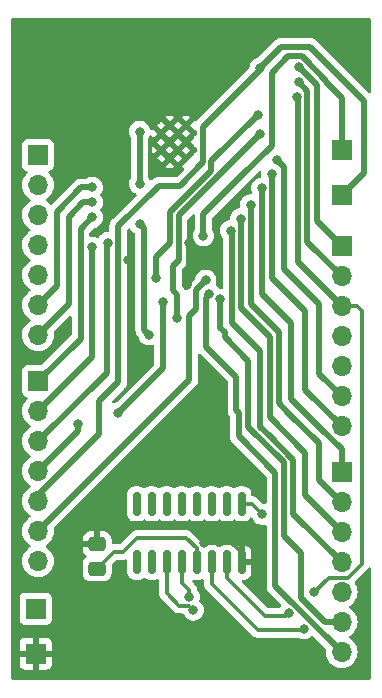
<source format=gbr>
%TF.GenerationSoftware,KiCad,Pcbnew,7.0.2*%
%TF.CreationDate,2023-08-23T23:39:57+05:30*%
%TF.ProjectId,esp32_dev_board,65737033-325f-4646-9576-5f626f617264,rev?*%
%TF.SameCoordinates,Original*%
%TF.FileFunction,Copper,L2,Bot*%
%TF.FilePolarity,Positive*%
%FSLAX46Y46*%
G04 Gerber Fmt 4.6, Leading zero omitted, Abs format (unit mm)*
G04 Created by KiCad (PCBNEW 7.0.2) date 2023-08-23 23:39:57*
%MOMM*%
%LPD*%
G01*
G04 APERTURE LIST*
G04 Aperture macros list*
%AMRoundRect*
0 Rectangle with rounded corners*
0 $1 Rounding radius*
0 $2 $3 $4 $5 $6 $7 $8 $9 X,Y pos of 4 corners*
0 Add a 4 corners polygon primitive as box body*
4,1,4,$2,$3,$4,$5,$6,$7,$8,$9,$2,$3,0*
0 Add four circle primitives for the rounded corners*
1,1,$1+$1,$2,$3*
1,1,$1+$1,$4,$5*
1,1,$1+$1,$6,$7*
1,1,$1+$1,$8,$9*
0 Add four rect primitives between the rounded corners*
20,1,$1+$1,$2,$3,$4,$5,0*
20,1,$1+$1,$4,$5,$6,$7,0*
20,1,$1+$1,$6,$7,$8,$9,0*
20,1,$1+$1,$8,$9,$2,$3,0*%
G04 Aperture macros list end*
%TA.AperFunction,HeatsinkPad*%
%ADD10C,0.600000*%
%TD*%
%TA.AperFunction,SMDPad,CuDef*%
%ADD11RoundRect,0.250000X0.475000X-0.337500X0.475000X0.337500X-0.475000X0.337500X-0.475000X-0.337500X0*%
%TD*%
%TA.AperFunction,ComponentPad*%
%ADD12R,1.700000X1.700000*%
%TD*%
%TA.AperFunction,ComponentPad*%
%ADD13O,1.700000X1.700000*%
%TD*%
%TA.AperFunction,SMDPad,CuDef*%
%ADD14RoundRect,0.150000X0.150000X-0.825000X0.150000X0.825000X-0.150000X0.825000X-0.150000X-0.825000X0*%
%TD*%
%TA.AperFunction,ViaPad*%
%ADD15C,0.800000*%
%TD*%
%TA.AperFunction,Conductor*%
%ADD16C,0.300000*%
%TD*%
%TA.AperFunction,Conductor*%
%ADD17C,0.500000*%
%TD*%
G04 APERTURE END LIST*
D10*
%TO.P,U3,39,GND*%
%TO.N,GND*%
X109235000Y-76760000D03*
X109235000Y-78160000D03*
X109935000Y-76060000D03*
X109935000Y-77460000D03*
X109935000Y-78860000D03*
X110635000Y-76760000D03*
X110635000Y-78160000D03*
X111335000Y-76060000D03*
X111335000Y-77460000D03*
X111335000Y-78860000D03*
X112035000Y-76760000D03*
X112035000Y-78160000D03*
%TD*%
D11*
%TO.P,C5,1*%
%TO.N,Net-(U3-V3)*%
X103800000Y-113600000D03*
%TO.P,C5,2*%
%TO.N,GND*%
X103800000Y-111525000D03*
%TD*%
D12*
%TO.P,J1,1,Pin_1*%
%TO.N,SENSRO2*%
X98800000Y-78575000D03*
D13*
%TO.P,J1,2,Pin_2*%
%TO.N,SENSRO1*%
X98800000Y-81115000D03*
%TO.P,J1,3,Pin_3*%
%TO.N,IO35*%
X98800000Y-83655000D03*
%TO.P,J1,4,Pin_4*%
%TO.N,IO32*%
X98800000Y-86195000D03*
%TO.P,J1,5,Pin_5*%
%TO.N,IO33*%
X98800000Y-88735000D03*
%TO.P,J1,6,Pin_6*%
%TO.N,IO25*%
X98800000Y-91275000D03*
%TO.P,J1,7,Pin_7*%
%TO.N,IO26*%
X98800000Y-93815000D03*
%TD*%
D14*
%TO.P,U3,1,GND*%
%TO.N,GND*%
X116045000Y-113075000D03*
%TO.P,U3,2,TXD*%
%TO.N,TX_MCU*%
X114775000Y-113075000D03*
%TO.P,U3,3,RXD*%
%TO.N,RX_MCU*%
X113505000Y-113075000D03*
%TO.P,U3,4,V3*%
%TO.N,Net-(U3-V3)*%
X112235000Y-113075000D03*
%TO.P,U3,5,UD+*%
%TO.N,USB_M*%
X110965000Y-113075000D03*
%TO.P,U3,6,UD-*%
%TO.N,USB_P*%
X109695000Y-113075000D03*
%TO.P,U3,7,NC*%
%TO.N,unconnected-(U3-NC-Pad7)*%
X108425000Y-113075000D03*
%TO.P,U3,8,NC*%
%TO.N,unconnected-(U3-NC-Pad8)*%
X107155000Y-113075000D03*
%TO.P,U3,9,~{CTS}*%
%TO.N,unconnected-(U3-~{CTS}-Pad9)*%
X107155000Y-108125000D03*
%TO.P,U3,10,~{DSR}*%
%TO.N,unconnected-(U3-~{DSR}-Pad10)*%
X108425000Y-108125000D03*
%TO.P,U3,11,~{RI}*%
%TO.N,unconnected-(U3-~{RI}-Pad11)*%
X109695000Y-108125000D03*
%TO.P,U3,12,~{DCD}*%
%TO.N,unconnected-(U3-~{DCD}-Pad12)*%
X110965000Y-108125000D03*
%TO.P,U3,13,~{DTR}*%
%TO.N,unconnected-(U3-~{DTR}-Pad13)*%
X112235000Y-108125000D03*
%TO.P,U3,14,~{RTS}*%
%TO.N,unconnected-(U3-~{RTS}-Pad14)*%
X113505000Y-108125000D03*
%TO.P,U3,15,R232*%
%TO.N,unconnected-(U3-R232-Pad15)*%
X114775000Y-108125000D03*
%TO.P,U3,16,VCC*%
%TO.N,3.3v*%
X116045000Y-108125000D03*
%TD*%
D12*
%TO.P,J4,1,Pin_1*%
%TO.N,VBUS*%
X98600000Y-117000000D03*
%TD*%
%TO.P,J7,1,Pin_1*%
%TO.N,IO5*%
X124500000Y-105420000D03*
D13*
%TO.P,J7,2,Pin_2*%
%TO.N,IO17*%
X124500000Y-107960000D03*
%TO.P,J7,3,Pin_3*%
%TO.N,IO16*%
X124500000Y-110500000D03*
%TO.P,J7,4,Pin_4*%
%TO.N,IO4*%
X124500000Y-113040000D03*
%TO.P,J7,5,Pin_5*%
%TO.N,IO0*%
X124500000Y-115580000D03*
%TO.P,J7,6,Pin_6*%
%TO.N,IO2*%
X124500000Y-118120000D03*
%TO.P,J7,7,Pin_7*%
%TO.N,IO15*%
X124500000Y-120660000D03*
%TD*%
D12*
%TO.P,J9,1,Pin_1*%
%TO.N,GND*%
X98600000Y-120800000D03*
%TD*%
%TO.P,J8,1,Pin_1*%
%TO.N,SDI*%
X124500000Y-82000000D03*
%TD*%
%TO.P,J2,1,Pin_1*%
%TO.N,CLK*%
X124520000Y-78200000D03*
%TD*%
%TO.P,J6,1,Pin_1*%
%TO.N,IO23*%
X124500000Y-86300000D03*
D13*
%TO.P,J6,2,Pin_2*%
%TO.N,IO22*%
X124500000Y-88840000D03*
%TO.P,J6,3,Pin_3*%
%TO.N,TX_MCU*%
X124500000Y-91380000D03*
%TO.P,J6,4,Pin_4*%
%TO.N,RX_MCU*%
X124500000Y-93920000D03*
%TO.P,J6,5,Pin_5*%
%TO.N,IO21*%
X124500000Y-96460000D03*
%TO.P,J6,6,Pin_6*%
%TO.N,IO19*%
X124500000Y-99000000D03*
%TO.P,J6,7,Pin_7*%
%TO.N,IO18*%
X124500000Y-101540000D03*
%TD*%
D12*
%TO.P,J5,1,Pin_1*%
%TO.N,IO27*%
X98800000Y-97720000D03*
D13*
%TO.P,J5,2,Pin_2*%
%TO.N,IO12*%
X98800000Y-100260000D03*
%TO.P,J5,3,Pin_3*%
%TO.N,IO14*%
X98800000Y-102800000D03*
%TO.P,J5,4,Pin_4*%
%TO.N,IO13*%
X98800000Y-105340000D03*
%TO.P,J5,5,Pin_5*%
%TO.N,SDI*%
X98800000Y-107880000D03*
%TO.P,J5,6,Pin_6*%
%TO.N,SDO*%
X98800000Y-110420000D03*
%TO.P,J5,7,Pin_7*%
%TO.N,CMD*%
X98800000Y-112960000D03*
%TD*%
D15*
%TO.N,3.3v*%
X117800000Y-109000000D03*
X107400000Y-81000000D03*
X107400000Y-84400000D03*
X108200000Y-93800000D03*
X107400000Y-76600000D03*
%TO.N,GND*%
X104000000Y-111400000D03*
X105650000Y-105500000D03*
X112817152Y-111423591D03*
X111600000Y-86000000D03*
X106449500Y-87500000D03*
X114337500Y-118625000D03*
X111415688Y-89615688D03*
X112550000Y-98600000D03*
%TO.N,IO25*%
X103385000Y-81325000D03*
%TO.N,IO26*%
X103385000Y-82595000D03*
%TO.N,CLK*%
X112800000Y-85400000D03*
%TO.N,USB_M*%
X111600688Y-116000688D03*
%TO.N,USB_P*%
X111949500Y-117100000D03*
%TO.N,IO27*%
X103385000Y-83865000D03*
%TO.N,IO12*%
X103385000Y-86405000D03*
%TO.N,IO14*%
X104734502Y-86000000D03*
%TO.N,IO13*%
X102200000Y-101400000D03*
%TO.N,SDI*%
X117600000Y-71200000D03*
%TO.N,SDO*%
X113000000Y-89200000D03*
%TO.N,CMD*%
X105600000Y-100400000D03*
X109400000Y-91000000D03*
%TO.N,IO23*%
X120885000Y-71165000D03*
%TO.N,IO22*%
X120885000Y-72435000D03*
%TO.N,TX_MCU*%
X120010228Y-117371603D03*
X108800000Y-89000000D03*
X120750500Y-73705000D03*
X122200000Y-115600000D03*
X117400000Y-75200000D03*
%TO.N,RX_MCU*%
X117600000Y-76800000D03*
X110600000Y-92400000D03*
X121324500Y-118685875D03*
%TO.N,IO19*%
X119000000Y-79000000D03*
%TO.N,IO18*%
X118600000Y-80200000D03*
%TO.N,IO5*%
X117750500Y-81400000D03*
%TO.N,IO17*%
X116800000Y-82800000D03*
%TO.N,IO16*%
X115950500Y-84000000D03*
%TO.N,IO4*%
X115101000Y-85000000D03*
%TO.N,IO2*%
X114200000Y-90800000D03*
%TO.N,IO15*%
X113306250Y-90352544D03*
%TD*%
D16*
%TO.N,3.3v*%
X116925000Y-108125000D02*
X117800000Y-109000000D01*
D17*
X107800000Y-93400000D02*
X108200000Y-93800000D01*
X107400000Y-76600000D02*
X107400000Y-79000000D01*
X107800000Y-84800000D02*
X107800000Y-93400000D01*
X107400000Y-84400000D02*
X107800000Y-84800000D01*
D16*
X116045000Y-108125000D02*
X116925000Y-108125000D01*
D17*
X107400000Y-79000000D02*
X107400000Y-81000000D01*
D16*
%TO.N,GND*%
X115223591Y-111423591D02*
X112817152Y-111423591D01*
D17*
X111600000Y-86000000D02*
X111600000Y-89431376D01*
D16*
X116045000Y-112245000D02*
X115223591Y-111423591D01*
D17*
X112550000Y-98600000D02*
X105650000Y-105500000D01*
D16*
X116045000Y-113075000D02*
X116045000Y-112245000D01*
D17*
X111600000Y-89431376D02*
X111415688Y-89615688D01*
%TO.N,IO25*%
X98800000Y-91275000D02*
X100400000Y-89675000D01*
X102475000Y-81325000D02*
X103385000Y-81325000D01*
X100400000Y-83400000D02*
X102475000Y-81325000D01*
X100400000Y-89675000D02*
X100400000Y-83400000D01*
%TO.N,IO26*%
X101400000Y-83800000D02*
X102605000Y-82595000D01*
X101400000Y-91215000D02*
X101400000Y-83800000D01*
X102605000Y-82595000D02*
X103385000Y-82595000D01*
X98800000Y-93815000D02*
X101400000Y-91215000D01*
%TO.N,CLK*%
X121122082Y-70200000D02*
X120000000Y-70200000D01*
X123200000Y-72277918D02*
X121361041Y-70438959D01*
X121361041Y-70438959D02*
X121122082Y-70200000D01*
X123200000Y-72400000D02*
X123200000Y-72277918D01*
X118600000Y-77800000D02*
X116000000Y-80400000D01*
X124520000Y-78200000D02*
X124520000Y-73720000D01*
X112800000Y-83600000D02*
X112800000Y-85400000D01*
X116000000Y-80400000D02*
X112800000Y-83600000D01*
X120000000Y-70200000D02*
X118600000Y-71600000D01*
X118600000Y-73200000D02*
X118600000Y-77800000D01*
X124520000Y-73720000D02*
X123200000Y-72400000D01*
X118600000Y-71600000D02*
X118600000Y-73200000D01*
D16*
%TO.N,USB_M*%
X111000000Y-114800000D02*
X111000000Y-113110000D01*
X111600688Y-116000688D02*
X111600688Y-115400688D01*
X111600688Y-115400688D02*
X111000000Y-114800000D01*
X111000000Y-113110000D02*
X110965000Y-113075000D01*
%TO.N,USB_P*%
X110750688Y-116750688D02*
X109695000Y-115695000D01*
X109695000Y-115695000D02*
X109695000Y-113075000D01*
X111949500Y-117100000D02*
X111600188Y-116750688D01*
X111600188Y-116750688D02*
X110750688Y-116750688D01*
D17*
%TO.N,IO27*%
X98800000Y-97720000D02*
X102400000Y-94120000D01*
X102400000Y-84850000D02*
X103385000Y-83865000D01*
X102400000Y-94120000D02*
X102400000Y-84850000D01*
%TO.N,IO12*%
X98800000Y-100260000D02*
X103385000Y-95675000D01*
X103385000Y-95675000D02*
X103385000Y-86405000D01*
%TO.N,IO14*%
X104734502Y-86000000D02*
X104600000Y-86134502D01*
X104600000Y-97000000D02*
X98800000Y-102800000D01*
X104600000Y-86134502D02*
X104600000Y-97000000D01*
%TO.N,IO13*%
X102200000Y-101940000D02*
X102200000Y-101400000D01*
X98800000Y-105340000D02*
X102200000Y-101940000D01*
%TO.N,SDI*%
X121800000Y-69400000D02*
X126400000Y-74000000D01*
X112785000Y-76215000D02*
X117600000Y-71400000D01*
X126400000Y-80100000D02*
X124500000Y-82000000D01*
X105600000Y-97800000D02*
X105600000Y-84600000D01*
X104000000Y-102200000D02*
X104000000Y-99400000D01*
X98800000Y-107400000D02*
X104000000Y-102200000D01*
X117600000Y-71400000D02*
X117600000Y-71200000D01*
X104000000Y-99400000D02*
X105600000Y-97800000D01*
X110800000Y-81200000D02*
X112785000Y-79215000D01*
X109000000Y-81200000D02*
X110800000Y-81200000D01*
X112785000Y-79215000D02*
X112785000Y-76215000D01*
X98800000Y-107880000D02*
X98800000Y-107400000D01*
X117600000Y-71200000D02*
X119400000Y-69400000D01*
X119400000Y-69400000D02*
X121800000Y-69400000D01*
X105600000Y-84600000D02*
X109000000Y-81200000D01*
X126400000Y-74000000D02*
X126400000Y-80100000D01*
%TO.N,SDO*%
X112200000Y-90000000D02*
X112200000Y-91600000D01*
X111600000Y-92200000D02*
X111600000Y-97620000D01*
X113000000Y-89200000D02*
X112200000Y-90000000D01*
X112200000Y-91600000D02*
X111600000Y-92200000D01*
X111600000Y-97620000D02*
X98800000Y-110420000D01*
%TO.N,CMD*%
X109400000Y-96600000D02*
X105600000Y-100400000D01*
X109400000Y-91000000D02*
X109400000Y-96600000D01*
%TO.N,IO23*%
X122400000Y-72680000D02*
X120885000Y-71165000D01*
X122400000Y-84200000D02*
X122400000Y-72680000D01*
X124500000Y-86300000D02*
X122400000Y-84200000D01*
%TO.N,IO22*%
X124500000Y-88840000D02*
X121600000Y-85940000D01*
X121600000Y-85940000D02*
X121600000Y-73150000D01*
X121600000Y-73150000D02*
X120885000Y-72435000D01*
%TO.N,TX_MCU*%
X113485000Y-79115000D02*
X117400000Y-75200000D01*
X110000000Y-86000000D02*
X110000000Y-83400000D01*
X124500000Y-91380000D02*
X120800000Y-87680000D01*
D16*
X125780000Y-91380000D02*
X124500000Y-91380000D01*
X118000000Y-117600000D02*
X114775000Y-114375000D01*
X126200000Y-113200000D02*
X126200000Y-91800000D01*
X120010228Y-117371603D02*
X119781831Y-117600000D01*
X125020000Y-114380000D02*
X126200000Y-113200000D01*
X122200000Y-115600000D02*
X123420000Y-114380000D01*
X123420000Y-114380000D02*
X125020000Y-114380000D01*
D17*
X120800000Y-87680000D02*
X120800000Y-73754500D01*
X120800000Y-73754500D02*
X120750500Y-73705000D01*
X108800000Y-87200000D02*
X110000000Y-86000000D01*
X108800000Y-89000000D02*
X108800000Y-87200000D01*
D16*
X126200000Y-91800000D02*
X125780000Y-91380000D01*
X119781831Y-117600000D02*
X118000000Y-117600000D01*
D17*
X113485000Y-79915000D02*
X113485000Y-79115000D01*
X110000000Y-83400000D02*
X113485000Y-79915000D01*
D16*
X114775000Y-114375000D02*
X114775000Y-113075000D01*
D17*
%TO.N,RX_MCU*%
X110600000Y-90402082D02*
X110200000Y-90002082D01*
D16*
X121324500Y-118685875D02*
X121210375Y-118800000D01*
X121210375Y-118800000D02*
X117400000Y-118800000D01*
D17*
X110700000Y-87489950D02*
X110700000Y-83700000D01*
D16*
X113505000Y-114905000D02*
X113505000Y-113075000D01*
D17*
X110200000Y-87989950D02*
X110700000Y-87489950D01*
X110600000Y-92400000D02*
X110600000Y-90402082D01*
X110200000Y-90002082D02*
X110200000Y-87989950D01*
D16*
X117400000Y-118800000D02*
X113505000Y-114905000D01*
D17*
X110700000Y-83700000D02*
X117600000Y-76800000D01*
%TO.N,IO19*%
X119600000Y-88200000D02*
X119600000Y-86600000D01*
X119600000Y-79600000D02*
X119000000Y-79000000D01*
X119600000Y-86600000D02*
X119600000Y-79600000D01*
X124500000Y-99000000D02*
X122600000Y-97100000D01*
X122600000Y-97100000D02*
X122600000Y-91200000D01*
X122600000Y-91200000D02*
X119600000Y-88200000D01*
%TO.N,IO18*%
X121400000Y-91800000D02*
X118600000Y-89000000D01*
X124500000Y-101540000D02*
X121400000Y-98440000D01*
X118600000Y-89000000D02*
X118600000Y-80200000D01*
X121400000Y-98440000D02*
X121400000Y-91800000D01*
%TO.N,IO5*%
X124500000Y-105420000D02*
X124500000Y-103500000D01*
X124500000Y-103500000D02*
X122600000Y-101600000D01*
X120200000Y-92800000D02*
X117750500Y-90350500D01*
X122600000Y-101600000D02*
X120200000Y-99200000D01*
X117750500Y-90350500D02*
X117750500Y-81400000D01*
X120200000Y-99200000D02*
X120200000Y-92800000D01*
%TO.N,IO17*%
X124500000Y-107960000D02*
X124440000Y-107960000D01*
X119200000Y-93600000D02*
X116800000Y-91200000D01*
X122600000Y-106120000D02*
X122600000Y-103800000D01*
X120000000Y-100400000D02*
X119200000Y-99600000D01*
X116800000Y-91200000D02*
X116800000Y-82800000D01*
X119200000Y-99600000D02*
X119200000Y-93600000D01*
X122600000Y-103800000D02*
X122600000Y-103000000D01*
X122600000Y-103000000D02*
X120000000Y-100400000D01*
X124440000Y-107960000D02*
X122600000Y-106120000D01*
%TO.N,IO16*%
X121400000Y-103800000D02*
X118400000Y-100800000D01*
X118400000Y-100800000D02*
X118400000Y-95600000D01*
X116800000Y-92400000D02*
X115950500Y-91550500D01*
X124500000Y-110500000D02*
X121400000Y-107400000D01*
X118400000Y-95600000D02*
X118400000Y-94000000D01*
X121400000Y-107400000D02*
X121400000Y-103800000D01*
X118400000Y-94000000D02*
X116800000Y-92400000D01*
X115950500Y-91550500D02*
X115950500Y-84000000D01*
%TO.N,IO4*%
X115200000Y-85099000D02*
X115101000Y-85000000D01*
X117600000Y-101600000D02*
X117600000Y-95200000D01*
X120400000Y-108940000D02*
X120400000Y-104400000D01*
X124500000Y-113040000D02*
X120400000Y-108940000D01*
X117600000Y-95200000D02*
X115200000Y-92800000D01*
X118400000Y-102400000D02*
X117600000Y-101600000D01*
X115200000Y-92800000D02*
X115200000Y-91600000D01*
X115200000Y-91600000D02*
X115200000Y-85099000D01*
X120400000Y-104400000D02*
X118400000Y-102400000D01*
%TO.N,IO2*%
X119600000Y-110800000D02*
X119600000Y-104600000D01*
X114200000Y-93200000D02*
X114200000Y-90800000D01*
X116600000Y-101600000D02*
X116600000Y-96000000D01*
X114600000Y-93600000D02*
X114200000Y-93200000D01*
X123120000Y-118120000D02*
X121100000Y-116100000D01*
X116600000Y-96000000D02*
X114600000Y-94000000D01*
X121100000Y-112300000D02*
X119600000Y-110800000D01*
X124500000Y-118120000D02*
X123120000Y-118120000D01*
X114600000Y-94000000D02*
X114600000Y-93600000D01*
X121100000Y-116100000D02*
X121100000Y-112300000D01*
X119600000Y-104600000D02*
X116600000Y-101600000D01*
%TO.N,IO15*%
X113000000Y-94800000D02*
X115600000Y-97400000D01*
X115800000Y-102400000D02*
X118900000Y-105500000D01*
X113000000Y-90658794D02*
X113000000Y-94800000D01*
X115800000Y-100400000D02*
X115800000Y-102400000D01*
X118900000Y-115060000D02*
X124500000Y-120660000D01*
X115600000Y-97400000D02*
X115600000Y-100200000D01*
X118900000Y-105500000D02*
X118900000Y-115060000D01*
X113306250Y-90352544D02*
X113000000Y-90658794D01*
X115600000Y-100200000D02*
X115800000Y-100400000D01*
D16*
%TO.N,Net-(U3-V3)*%
X106000000Y-112200000D02*
X107200000Y-111000000D01*
X111339339Y-111000000D02*
X112235000Y-111895661D01*
X107200000Y-111000000D02*
X111339339Y-111000000D01*
X112235000Y-111895661D02*
X112235000Y-113075000D01*
X105200000Y-112200000D02*
X106000000Y-112200000D01*
X103800000Y-113600000D02*
X105200000Y-112200000D01*
%TD*%
%TA.AperFunction,Conductor*%
%TO.N,GND*%
G36*
X126942539Y-67020185D02*
G01*
X126988294Y-67072989D01*
X126999500Y-67124500D01*
X126999500Y-73238770D01*
X126979815Y-73305809D01*
X126927011Y-73351564D01*
X126857853Y-73361508D01*
X126794297Y-73332483D01*
X126787819Y-73326451D01*
X122375728Y-68914360D01*
X122363946Y-68900727D01*
X122349609Y-68881469D01*
X122311666Y-68849631D01*
X122303691Y-68842323D01*
X122302329Y-68840961D01*
X122299777Y-68838409D01*
X122277975Y-68821170D01*
X122275444Y-68819169D01*
X122272647Y-68816890D01*
X122214251Y-68767890D01*
X122197821Y-68757422D01*
X122128691Y-68725186D01*
X122125447Y-68723615D01*
X122057306Y-68689394D01*
X122038903Y-68682997D01*
X121964211Y-68667574D01*
X121960692Y-68666794D01*
X121886490Y-68649208D01*
X121867121Y-68647229D01*
X121790869Y-68649448D01*
X121787263Y-68649500D01*
X119463706Y-68649500D01*
X119445736Y-68648191D01*
X119431853Y-68646157D01*
X119421977Y-68644711D01*
X119421976Y-68644711D01*
X119372634Y-68649028D01*
X119361827Y-68649500D01*
X119356291Y-68649500D01*
X119352730Y-68649916D01*
X119352715Y-68649917D01*
X119325484Y-68653100D01*
X119321900Y-68653466D01*
X119245950Y-68660111D01*
X119226922Y-68664329D01*
X119155270Y-68690407D01*
X119151869Y-68691589D01*
X119079480Y-68715578D01*
X119061927Y-68724076D01*
X118998236Y-68765965D01*
X118995198Y-68767901D01*
X118930278Y-68807946D01*
X118915162Y-68820259D01*
X118862814Y-68875742D01*
X118860304Y-68878326D01*
X117447228Y-70291402D01*
X117385905Y-70324887D01*
X117385330Y-70325011D01*
X117320197Y-70338856D01*
X117147267Y-70415849D01*
X116994129Y-70527110D01*
X116867466Y-70667783D01*
X116772820Y-70831715D01*
X116714326Y-71011742D01*
X116693951Y-71205600D01*
X116667366Y-71270214D01*
X116658311Y-71280319D01*
X112299358Y-75639272D01*
X112285727Y-75651053D01*
X112266467Y-75665392D01*
X112241738Y-75694862D01*
X112183566Y-75733564D01*
X112113705Y-75734671D01*
X112054336Y-75697833D01*
X112053808Y-75697132D01*
X112051661Y-75696890D01*
X111688553Y-76059999D01*
X111998181Y-76369627D01*
X112031666Y-76430950D01*
X112034500Y-76457308D01*
X112034500Y-76660000D01*
X112019162Y-76660000D01*
X111973197Y-76674935D01*
X111935000Y-76727508D01*
X111935000Y-76792492D01*
X111973197Y-76845065D01*
X112019162Y-76860000D01*
X112034500Y-76860000D01*
X112034500Y-77062691D01*
X112014815Y-77129730D01*
X111998181Y-77150372D01*
X111688553Y-77460000D01*
X111998181Y-77769628D01*
X112031666Y-77830951D01*
X112034500Y-77857309D01*
X112034500Y-78060000D01*
X112019162Y-78060000D01*
X111973197Y-78074935D01*
X111935000Y-78127508D01*
X111935000Y-78192492D01*
X111973197Y-78245065D01*
X112019162Y-78260000D01*
X112034500Y-78260000D01*
X112034500Y-78462690D01*
X112014815Y-78529729D01*
X111998181Y-78550371D01*
X111617807Y-78930746D01*
X111335000Y-79213553D01*
X110971891Y-79576660D01*
X110985696Y-79585335D01*
X111071738Y-79615442D01*
X111128514Y-79656163D01*
X111154262Y-79721116D01*
X111140806Y-79789678D01*
X111118465Y-79820165D01*
X110525451Y-80413181D01*
X110464128Y-80446666D01*
X110437770Y-80449500D01*
X109063706Y-80449500D01*
X109045736Y-80448191D01*
X109031853Y-80446157D01*
X109021977Y-80444711D01*
X109021976Y-80444711D01*
X108972634Y-80449028D01*
X108961827Y-80449500D01*
X108956291Y-80449500D01*
X108952717Y-80449917D01*
X108952711Y-80449918D01*
X108925487Y-80453099D01*
X108921906Y-80453465D01*
X108845952Y-80460111D01*
X108826923Y-80464329D01*
X108755271Y-80490408D01*
X108751868Y-80491591D01*
X108679479Y-80515579D01*
X108661927Y-80524076D01*
X108598228Y-80565970D01*
X108595190Y-80567905D01*
X108530281Y-80607943D01*
X108515164Y-80620256D01*
X108462848Y-80675708D01*
X108460336Y-80678294D01*
X108438863Y-80699767D01*
X108377540Y-80733252D01*
X108307848Y-80728268D01*
X108251915Y-80686396D01*
X108233250Y-80650402D01*
X108233072Y-80649854D01*
X108227179Y-80631716D01*
X108196344Y-80578308D01*
X108167113Y-80527677D01*
X108150500Y-80465677D01*
X108150500Y-79576660D01*
X109571891Y-79576660D01*
X109585696Y-79585335D01*
X109755859Y-79644877D01*
X109935000Y-79665062D01*
X110114140Y-79644877D01*
X110284303Y-79585335D01*
X110298107Y-79576661D01*
X110298107Y-79576660D01*
X109935001Y-79213553D01*
X109935000Y-79213553D01*
X109571891Y-79576660D01*
X108150500Y-79576660D01*
X108150500Y-78876660D01*
X108871891Y-78876660D01*
X108885696Y-78885335D01*
X109069044Y-78949491D01*
X109067489Y-78953932D01*
X109106702Y-78970398D01*
X109144999Y-79026134D01*
X109145509Y-79025956D01*
X109146164Y-79027828D01*
X109146271Y-79027984D01*
X109146358Y-79028383D01*
X109209665Y-79209304D01*
X109218338Y-79223108D01*
X109548955Y-78892492D01*
X109835000Y-78892492D01*
X109873197Y-78945065D01*
X109919162Y-78960000D01*
X109950838Y-78960000D01*
X109996803Y-78945065D01*
X110035000Y-78892492D01*
X110035000Y-78860000D01*
X110288552Y-78860000D01*
X110635000Y-79206447D01*
X110635001Y-79206447D01*
X110948955Y-78892492D01*
X111235000Y-78892492D01*
X111273197Y-78945065D01*
X111319162Y-78960000D01*
X111350838Y-78960000D01*
X111396803Y-78945065D01*
X111435000Y-78892492D01*
X111435000Y-78827508D01*
X111396803Y-78774935D01*
X111350838Y-78760000D01*
X111319162Y-78760000D01*
X111273197Y-78774935D01*
X111235000Y-78827508D01*
X111235000Y-78892492D01*
X110948955Y-78892492D01*
X110981447Y-78860000D01*
X110981447Y-78859999D01*
X110635001Y-78513553D01*
X110635000Y-78513553D01*
X110288552Y-78859999D01*
X110288552Y-78860000D01*
X110035000Y-78860000D01*
X110035000Y-78827508D01*
X109996803Y-78774935D01*
X109950838Y-78760000D01*
X109919162Y-78760000D01*
X109873197Y-78774935D01*
X109835000Y-78827508D01*
X109835000Y-78892492D01*
X109548955Y-78892492D01*
X109581447Y-78860000D01*
X109581447Y-78859999D01*
X109235001Y-78513553D01*
X109235000Y-78513553D01*
X108871891Y-78876660D01*
X108150500Y-78876660D01*
X108150500Y-78160000D01*
X108429937Y-78160000D01*
X108450122Y-78339140D01*
X108509665Y-78509304D01*
X108518338Y-78523108D01*
X108848954Y-78192492D01*
X109135000Y-78192492D01*
X109173197Y-78245065D01*
X109219162Y-78260000D01*
X109250838Y-78260000D01*
X109296803Y-78245065D01*
X109335000Y-78192492D01*
X109335000Y-78159998D01*
X109588552Y-78159998D01*
X109588553Y-78159999D01*
X109934999Y-78506447D01*
X109935000Y-78506447D01*
X110248955Y-78192492D01*
X110535000Y-78192492D01*
X110573197Y-78245065D01*
X110619162Y-78260000D01*
X110650838Y-78260000D01*
X110696803Y-78245065D01*
X110735000Y-78192492D01*
X110735000Y-78159999D01*
X110988553Y-78159999D01*
X111334999Y-78506447D01*
X111335000Y-78506447D01*
X111681447Y-78159999D01*
X111335001Y-77813553D01*
X111335000Y-77813553D01*
X110988553Y-78159998D01*
X110988553Y-78159999D01*
X110735000Y-78159999D01*
X110735000Y-78127508D01*
X110696803Y-78074935D01*
X110650838Y-78060000D01*
X110619162Y-78060000D01*
X110573197Y-78074935D01*
X110535000Y-78127508D01*
X110535000Y-78192492D01*
X110248955Y-78192492D01*
X110281447Y-78160000D01*
X110281447Y-78159999D01*
X109935001Y-77813553D01*
X109935000Y-77813553D01*
X109588552Y-78159998D01*
X109335000Y-78159998D01*
X109335000Y-78127508D01*
X109296803Y-78074935D01*
X109250838Y-78060000D01*
X109219162Y-78060000D01*
X109173197Y-78074935D01*
X109135000Y-78127508D01*
X109135000Y-78192492D01*
X108848954Y-78192492D01*
X108881447Y-78159999D01*
X108881447Y-78159998D01*
X108518339Y-77796890D01*
X108518338Y-77796891D01*
X108509664Y-77810696D01*
X108450122Y-77980859D01*
X108429937Y-78160000D01*
X108150500Y-78160000D01*
X108150500Y-77460000D01*
X108888552Y-77460000D01*
X109234998Y-77806447D01*
X109234999Y-77806447D01*
X109548955Y-77492492D01*
X109835000Y-77492492D01*
X109873197Y-77545065D01*
X109919162Y-77560000D01*
X109950838Y-77560000D01*
X109996803Y-77545065D01*
X110035000Y-77492492D01*
X110035000Y-77460000D01*
X110288553Y-77460000D01*
X110635000Y-77806447D01*
X110948955Y-77492492D01*
X111235000Y-77492492D01*
X111273197Y-77545065D01*
X111319162Y-77560000D01*
X111350838Y-77560000D01*
X111396803Y-77545065D01*
X111435000Y-77492492D01*
X111435000Y-77427508D01*
X111396803Y-77374935D01*
X111350838Y-77360000D01*
X111319162Y-77360000D01*
X111273197Y-77374935D01*
X111235000Y-77427508D01*
X111235000Y-77492492D01*
X110948955Y-77492492D01*
X110981447Y-77460000D01*
X110635000Y-77113553D01*
X110288553Y-77460000D01*
X110035000Y-77460000D01*
X110035000Y-77427508D01*
X109996803Y-77374935D01*
X109950838Y-77360000D01*
X109919162Y-77360000D01*
X109873197Y-77374935D01*
X109835000Y-77427508D01*
X109835000Y-77492492D01*
X109548955Y-77492492D01*
X109581447Y-77460000D01*
X109235000Y-77113553D01*
X108888552Y-77460000D01*
X108150500Y-77460000D01*
X108150500Y-77134321D01*
X108167113Y-77072321D01*
X108233696Y-76956997D01*
X108235607Y-76958100D01*
X108265286Y-76914693D01*
X108329644Y-76887492D01*
X108398491Y-76899403D01*
X108449969Y-76946645D01*
X108460826Y-76969729D01*
X108509665Y-77109304D01*
X108518338Y-77123108D01*
X108848955Y-76792492D01*
X109135000Y-76792492D01*
X109173197Y-76845065D01*
X109219162Y-76860000D01*
X109250838Y-76860000D01*
X109296803Y-76845065D01*
X109335000Y-76792492D01*
X109335000Y-76760000D01*
X109588552Y-76760000D01*
X109935000Y-77106446D01*
X109935001Y-77106446D01*
X110248955Y-76792492D01*
X110535000Y-76792492D01*
X110573197Y-76845065D01*
X110619162Y-76860000D01*
X110650838Y-76860000D01*
X110696803Y-76845065D01*
X110735000Y-76792492D01*
X110735000Y-76760000D01*
X110988553Y-76760000D01*
X111335000Y-77106447D01*
X111681447Y-76760000D01*
X111335000Y-76413553D01*
X110988553Y-76760000D01*
X110735000Y-76760000D01*
X110735000Y-76727508D01*
X110696803Y-76674935D01*
X110650838Y-76660000D01*
X110619162Y-76660000D01*
X110573197Y-76674935D01*
X110535000Y-76727508D01*
X110535000Y-76792492D01*
X110248955Y-76792492D01*
X110281446Y-76760001D01*
X110281446Y-76759999D01*
X109935001Y-76413553D01*
X109935000Y-76413553D01*
X109588552Y-76760000D01*
X109335000Y-76760000D01*
X109335000Y-76727508D01*
X109296803Y-76674935D01*
X109250838Y-76660000D01*
X109219162Y-76660000D01*
X109173197Y-76674935D01*
X109135000Y-76727508D01*
X109135000Y-76792492D01*
X108848955Y-76792492D01*
X108881447Y-76760000D01*
X108881447Y-76759999D01*
X108518338Y-76396890D01*
X108518338Y-76396891D01*
X108502818Y-76421594D01*
X108450485Y-76467887D01*
X108381432Y-76478538D01*
X108317582Y-76450166D01*
X108279890Y-76393944D01*
X108227179Y-76231715D01*
X108132533Y-76067783D01*
X108110523Y-76043338D01*
X108871890Y-76043338D01*
X109235000Y-76406446D01*
X109548955Y-76092492D01*
X109835000Y-76092492D01*
X109873197Y-76145065D01*
X109919162Y-76160000D01*
X109950838Y-76160000D01*
X109996803Y-76145065D01*
X110035000Y-76092492D01*
X110035000Y-76060000D01*
X110288553Y-76060000D01*
X110635000Y-76406446D01*
X110635001Y-76406446D01*
X110948954Y-76092492D01*
X111235000Y-76092492D01*
X111273197Y-76145065D01*
X111319162Y-76160000D01*
X111350838Y-76160000D01*
X111396803Y-76145065D01*
X111435000Y-76092492D01*
X111435000Y-76027508D01*
X111396803Y-75974935D01*
X111350838Y-75960000D01*
X111319162Y-75960000D01*
X111273197Y-75974935D01*
X111235000Y-76027508D01*
X111235000Y-76092492D01*
X110948954Y-76092492D01*
X110981446Y-76060000D01*
X110981446Y-76059999D01*
X110635001Y-75713553D01*
X110635000Y-75713553D01*
X110288553Y-76059999D01*
X110288553Y-76060000D01*
X110035000Y-76060000D01*
X110035000Y-76027508D01*
X109996803Y-75974935D01*
X109950838Y-75960000D01*
X109919162Y-75960000D01*
X109873197Y-75974935D01*
X109835000Y-76027508D01*
X109835000Y-76092492D01*
X109548955Y-76092492D01*
X109581447Y-76060000D01*
X109581446Y-76059999D01*
X109218338Y-75696890D01*
X109218338Y-75696891D01*
X109209664Y-75710696D01*
X109145509Y-75894044D01*
X109141088Y-75892497D01*
X109124372Y-75931983D01*
X109068833Y-75969906D01*
X109069044Y-75970509D01*
X109066802Y-75971293D01*
X109066671Y-75971383D01*
X109066341Y-75971454D01*
X108885696Y-76034664D01*
X108871891Y-76043338D01*
X108871890Y-76043338D01*
X108110523Y-76043338D01*
X108005870Y-75927110D01*
X107852730Y-75815848D01*
X107679802Y-75738855D01*
X107494648Y-75699500D01*
X107494646Y-75699500D01*
X107305354Y-75699500D01*
X107305352Y-75699500D01*
X107120197Y-75738855D01*
X106947269Y-75815848D01*
X106794129Y-75927110D01*
X106667466Y-76067783D01*
X106572820Y-76231715D01*
X106514326Y-76411742D01*
X106494540Y-76599999D01*
X106514326Y-76788257D01*
X106572820Y-76968284D01*
X106632887Y-77072321D01*
X106649500Y-77134321D01*
X106649500Y-80465677D01*
X106632887Y-80527677D01*
X106572820Y-80631715D01*
X106514326Y-80811742D01*
X106494540Y-81000000D01*
X106514326Y-81188257D01*
X106572820Y-81368284D01*
X106667466Y-81532216D01*
X106794129Y-81672889D01*
X106947267Y-81784150D01*
X106966756Y-81792827D01*
X107064209Y-81836216D01*
X107117445Y-81881465D01*
X107137767Y-81948314D01*
X107118722Y-82015538D01*
X107101454Y-82037176D01*
X105114358Y-84024272D01*
X105100727Y-84036053D01*
X105081468Y-84050391D01*
X105049635Y-84088328D01*
X105042338Y-84096292D01*
X105040972Y-84097657D01*
X105040950Y-84097681D01*
X105038409Y-84100223D01*
X105036173Y-84103050D01*
X105036171Y-84103053D01*
X105019176Y-84124546D01*
X105016902Y-84127337D01*
X104967894Y-84185744D01*
X104957418Y-84202187D01*
X104925192Y-84271294D01*
X104923622Y-84274536D01*
X104889393Y-84342692D01*
X104882996Y-84361098D01*
X104867574Y-84435787D01*
X104866794Y-84439306D01*
X104849210Y-84513499D01*
X104847229Y-84532889D01*
X104849448Y-84609129D01*
X104849500Y-84612735D01*
X104849500Y-84975500D01*
X104829815Y-85042539D01*
X104777011Y-85088294D01*
X104725500Y-85099500D01*
X104639854Y-85099500D01*
X104454699Y-85138855D01*
X104281771Y-85215848D01*
X104128631Y-85327110D01*
X104001968Y-85467784D01*
X103953908Y-85551027D01*
X103903341Y-85599243D01*
X103834734Y-85612466D01*
X103796086Y-85602307D01*
X103664800Y-85543854D01*
X103479648Y-85504500D01*
X103479646Y-85504500D01*
X103290354Y-85504500D01*
X103277321Y-85504500D01*
X103277321Y-85500640D01*
X103230589Y-85497064D01*
X103174865Y-85454915D01*
X103150773Y-85389330D01*
X103150500Y-85381099D01*
X103150500Y-85212228D01*
X103170185Y-85145189D01*
X103186815Y-85124551D01*
X103537770Y-84773595D01*
X103599091Y-84740112D01*
X103599464Y-84740031D01*
X103664803Y-84726144D01*
X103664804Y-84726143D01*
X103664806Y-84726143D01*
X103837730Y-84649151D01*
X103990870Y-84537889D01*
X104003985Y-84523324D01*
X104117533Y-84397216D01*
X104212179Y-84233284D01*
X104270674Y-84053256D01*
X104290460Y-83865000D01*
X104270674Y-83676744D01*
X104212179Y-83496716D01*
X104212179Y-83496715D01*
X104117535Y-83332787D01*
X104117534Y-83332786D01*
X104117533Y-83332784D01*
X104099694Y-83312972D01*
X104069465Y-83249982D01*
X104078089Y-83180647D01*
X104099692Y-83147029D01*
X104117533Y-83127216D01*
X104212179Y-82963284D01*
X104270674Y-82783256D01*
X104290460Y-82595000D01*
X104270674Y-82406744D01*
X104212179Y-82226716D01*
X104212179Y-82226715D01*
X104117533Y-82062783D01*
X104099694Y-82042971D01*
X104069464Y-81979979D01*
X104078089Y-81910644D01*
X104099695Y-81877026D01*
X104117533Y-81857216D01*
X104212179Y-81693284D01*
X104270674Y-81513256D01*
X104290460Y-81325000D01*
X104270674Y-81136744D01*
X104227193Y-81002924D01*
X104212179Y-80956715D01*
X104117533Y-80792783D01*
X103990870Y-80652110D01*
X103837730Y-80540848D01*
X103664802Y-80463855D01*
X103479648Y-80424500D01*
X103479646Y-80424500D01*
X103290354Y-80424500D01*
X103290352Y-80424500D01*
X103105197Y-80463855D01*
X102932271Y-80540847D01*
X102918550Y-80550817D01*
X102852744Y-80574298D01*
X102845663Y-80574500D01*
X102538706Y-80574500D01*
X102520736Y-80573191D01*
X102506853Y-80571157D01*
X102496977Y-80569711D01*
X102496976Y-80569711D01*
X102447634Y-80574028D01*
X102436827Y-80574500D01*
X102431291Y-80574500D01*
X102427717Y-80574917D01*
X102427711Y-80574918D01*
X102400487Y-80578099D01*
X102396906Y-80578465D01*
X102320952Y-80585111D01*
X102301923Y-80589329D01*
X102230271Y-80615408D01*
X102226868Y-80616591D01*
X102154479Y-80640579D01*
X102136927Y-80649076D01*
X102073228Y-80690970D01*
X102070190Y-80692905D01*
X102005281Y-80732943D01*
X101990164Y-80745256D01*
X101937848Y-80800708D01*
X101935336Y-80803294D01*
X99984444Y-82754186D01*
X99923121Y-82787671D01*
X99853429Y-82782687D01*
X99809082Y-82754186D01*
X99671401Y-82616505D01*
X99640689Y-82595000D01*
X99485839Y-82486573D01*
X99442216Y-82431998D01*
X99435022Y-82362500D01*
X99466545Y-82300145D01*
X99485837Y-82283428D01*
X99671401Y-82153495D01*
X99838495Y-81986401D01*
X99974035Y-81792830D01*
X100073903Y-81578663D01*
X100135063Y-81350408D01*
X100155659Y-81115000D01*
X100135063Y-80879592D01*
X100073903Y-80651337D01*
X99974035Y-80437171D01*
X99838495Y-80243599D01*
X99716569Y-80121672D01*
X99683084Y-80060350D01*
X99688068Y-79990658D01*
X99729940Y-79934725D01*
X99760915Y-79917810D01*
X99892331Y-79868796D01*
X100007546Y-79782546D01*
X100093796Y-79667331D01*
X100144091Y-79532483D01*
X100150500Y-79472873D01*
X100150499Y-77677128D01*
X100144091Y-77617517D01*
X100093796Y-77482669D01*
X100007546Y-77367454D01*
X99892331Y-77281204D01*
X99757483Y-77230909D01*
X99697873Y-77224500D01*
X99694550Y-77224500D01*
X97905439Y-77224500D01*
X97905420Y-77224500D01*
X97902128Y-77224501D01*
X97898848Y-77224853D01*
X97898840Y-77224854D01*
X97842515Y-77230909D01*
X97707669Y-77281204D01*
X97592454Y-77367454D01*
X97506204Y-77482668D01*
X97455910Y-77617515D01*
X97455909Y-77617517D01*
X97449500Y-77677127D01*
X97449500Y-77680448D01*
X97449500Y-77680449D01*
X97449500Y-79469560D01*
X97449500Y-79469578D01*
X97449501Y-79472872D01*
X97449853Y-79476152D01*
X97449854Y-79476159D01*
X97455909Y-79532484D01*
X97481056Y-79599906D01*
X97506204Y-79667331D01*
X97592454Y-79782546D01*
X97707669Y-79868796D01*
X97819907Y-79910658D01*
X97839082Y-79917810D01*
X97895016Y-79959681D01*
X97919433Y-80025146D01*
X97904581Y-80093419D01*
X97883431Y-80121673D01*
X97761503Y-80243601D01*
X97625965Y-80437170D01*
X97526097Y-80651336D01*
X97464936Y-80879592D01*
X97444340Y-81114999D01*
X97464936Y-81350407D01*
X97508571Y-81513256D01*
X97526097Y-81578663D01*
X97625965Y-81792830D01*
X97761505Y-81986401D01*
X97928599Y-82153495D01*
X98114160Y-82283426D01*
X98157783Y-82338002D01*
X98164976Y-82407501D01*
X98133454Y-82469855D01*
X98114158Y-82486575D01*
X97935399Y-82611744D01*
X97928595Y-82616508D01*
X97761505Y-82783598D01*
X97625965Y-82977170D01*
X97526097Y-83191336D01*
X97464936Y-83419592D01*
X97444340Y-83654999D01*
X97464936Y-83890407D01*
X97507804Y-84050391D01*
X97526097Y-84118663D01*
X97625965Y-84332830D01*
X97761505Y-84526401D01*
X97928599Y-84693495D01*
X98114160Y-84823426D01*
X98157783Y-84878002D01*
X98164976Y-84947501D01*
X98133454Y-85009855D01*
X98114158Y-85026575D01*
X97953805Y-85138856D01*
X97928595Y-85156508D01*
X97761505Y-85323598D01*
X97625965Y-85517170D01*
X97526097Y-85731336D01*
X97464936Y-85959592D01*
X97444340Y-86195000D01*
X97464936Y-86430407D01*
X97509709Y-86597501D01*
X97526097Y-86658663D01*
X97625965Y-86872830D01*
X97761505Y-87066401D01*
X97928599Y-87233495D01*
X98114160Y-87363426D01*
X98157783Y-87418002D01*
X98164976Y-87487501D01*
X98133454Y-87549855D01*
X98114159Y-87566575D01*
X97928595Y-87696508D01*
X97761505Y-87863598D01*
X97625965Y-88057170D01*
X97526097Y-88271336D01*
X97464936Y-88499592D01*
X97444340Y-88735000D01*
X97464936Y-88970407D01*
X97486639Y-89051402D01*
X97526097Y-89198663D01*
X97625965Y-89412830D01*
X97761505Y-89606401D01*
X97928599Y-89773495D01*
X98114160Y-89903426D01*
X98157783Y-89958002D01*
X98164976Y-90027501D01*
X98133454Y-90089855D01*
X98114158Y-90106575D01*
X97958101Y-90215848D01*
X97928595Y-90236508D01*
X97761505Y-90403598D01*
X97625965Y-90597170D01*
X97526097Y-90811336D01*
X97464936Y-91039592D01*
X97444340Y-91275000D01*
X97464936Y-91510407D01*
X97498841Y-91636942D01*
X97526097Y-91738663D01*
X97625965Y-91952830D01*
X97761505Y-92146401D01*
X97928599Y-92313495D01*
X98114160Y-92443426D01*
X98157783Y-92498002D01*
X98164976Y-92567501D01*
X98133454Y-92629855D01*
X98114159Y-92646575D01*
X97928595Y-92776508D01*
X97761505Y-92943598D01*
X97625965Y-93137170D01*
X97526097Y-93351336D01*
X97464936Y-93579592D01*
X97444340Y-93814999D01*
X97464936Y-94050407D01*
X97498121Y-94174255D01*
X97526097Y-94278663D01*
X97625965Y-94492830D01*
X97761505Y-94686401D01*
X97928599Y-94853495D01*
X98122170Y-94989035D01*
X98336337Y-95088903D01*
X98564592Y-95150063D01*
X98800000Y-95170659D01*
X99035408Y-95150063D01*
X99263663Y-95088903D01*
X99477830Y-94989035D01*
X99671401Y-94853495D01*
X99838495Y-94686401D01*
X99974035Y-94492830D01*
X100073903Y-94278663D01*
X100135063Y-94050408D01*
X100155659Y-93815000D01*
X100137022Y-93601985D01*
X100150788Y-93533486D01*
X100172866Y-93503500D01*
X101437820Y-92238545D01*
X101499141Y-92205062D01*
X101568833Y-92210046D01*
X101624766Y-92251918D01*
X101649183Y-92317382D01*
X101649499Y-92326228D01*
X101649499Y-93757770D01*
X101629814Y-93824809D01*
X101613180Y-93845451D01*
X99125449Y-96333181D01*
X99064126Y-96366666D01*
X99037768Y-96369500D01*
X97905439Y-96369500D01*
X97905420Y-96369500D01*
X97902128Y-96369501D01*
X97898848Y-96369853D01*
X97898840Y-96369854D01*
X97842515Y-96375909D01*
X97707669Y-96426204D01*
X97592454Y-96512454D01*
X97506204Y-96627668D01*
X97456602Y-96760660D01*
X97455909Y-96762517D01*
X97449500Y-96822127D01*
X97449500Y-96825448D01*
X97449500Y-96825449D01*
X97449500Y-98614560D01*
X97449500Y-98614578D01*
X97449501Y-98617872D01*
X97455909Y-98677483D01*
X97506204Y-98812331D01*
X97592454Y-98927546D01*
X97707669Y-99013796D01*
X97819907Y-99055658D01*
X97839082Y-99062810D01*
X97895016Y-99104681D01*
X97919433Y-99170146D01*
X97904581Y-99238419D01*
X97883431Y-99266673D01*
X97761503Y-99388601D01*
X97625965Y-99582170D01*
X97526097Y-99796336D01*
X97464936Y-100024592D01*
X97444340Y-100260000D01*
X97464936Y-100495407D01*
X97509709Y-100662501D01*
X97526097Y-100723663D01*
X97625965Y-100937830D01*
X97761505Y-101131401D01*
X97928599Y-101298495D01*
X98114160Y-101428426D01*
X98157783Y-101483002D01*
X98164976Y-101552501D01*
X98133454Y-101614855D01*
X98114159Y-101631575D01*
X97928595Y-101761508D01*
X97761505Y-101928598D01*
X97625965Y-102122170D01*
X97526097Y-102336336D01*
X97464936Y-102564592D01*
X97444340Y-102799999D01*
X97464936Y-103035407D01*
X97503536Y-103179464D01*
X97526097Y-103263663D01*
X97625965Y-103477830D01*
X97761505Y-103671401D01*
X97928599Y-103838495D01*
X98114160Y-103968426D01*
X98157783Y-104023002D01*
X98164976Y-104092501D01*
X98133454Y-104154855D01*
X98114159Y-104171575D01*
X97928595Y-104301508D01*
X97761505Y-104468598D01*
X97625965Y-104662170D01*
X97526097Y-104876336D01*
X97464936Y-105104592D01*
X97444340Y-105340000D01*
X97464936Y-105575407D01*
X97509709Y-105742501D01*
X97526097Y-105803663D01*
X97625965Y-106017830D01*
X97761505Y-106211401D01*
X97928599Y-106378495D01*
X98114160Y-106508426D01*
X98157783Y-106563002D01*
X98164976Y-106632501D01*
X98133454Y-106694855D01*
X98114159Y-106711575D01*
X97928595Y-106841508D01*
X97761505Y-107008598D01*
X97625965Y-107202170D01*
X97526097Y-107416336D01*
X97464936Y-107644592D01*
X97444340Y-107879999D01*
X97464936Y-108115407D01*
X97479534Y-108169887D01*
X97526097Y-108343663D01*
X97625965Y-108557830D01*
X97761505Y-108751401D01*
X97928599Y-108918495D01*
X98114160Y-109048426D01*
X98157783Y-109103002D01*
X98164976Y-109172501D01*
X98133454Y-109234855D01*
X98114158Y-109251575D01*
X97970930Y-109351865D01*
X97928595Y-109381508D01*
X97761505Y-109548598D01*
X97625965Y-109742170D01*
X97526097Y-109956336D01*
X97464936Y-110184592D01*
X97444340Y-110420000D01*
X97464936Y-110655407D01*
X97482017Y-110719154D01*
X97526097Y-110883663D01*
X97625965Y-111097830D01*
X97761505Y-111291401D01*
X97928599Y-111458495D01*
X98114160Y-111588426D01*
X98157783Y-111643002D01*
X98164976Y-111712501D01*
X98133454Y-111774855D01*
X98114159Y-111791575D01*
X98099026Y-111802171D01*
X97966150Y-111895212D01*
X97928595Y-111921508D01*
X97761505Y-112088598D01*
X97625965Y-112282170D01*
X97526097Y-112496336D01*
X97464936Y-112724592D01*
X97444340Y-112960000D01*
X97464936Y-113195407D01*
X97501554Y-113332065D01*
X97526097Y-113423663D01*
X97625965Y-113637830D01*
X97761505Y-113831401D01*
X97928599Y-113998495D01*
X98122170Y-114134035D01*
X98336337Y-114233903D01*
X98564592Y-114295063D01*
X98800000Y-114315659D01*
X99035408Y-114295063D01*
X99263663Y-114233903D01*
X99477830Y-114134035D01*
X99671401Y-113998495D01*
X99838495Y-113831401D01*
X99974035Y-113637830D01*
X100073903Y-113423663D01*
X100135063Y-113195408D01*
X100155659Y-112960000D01*
X100135063Y-112724592D01*
X100073903Y-112496337D01*
X99974035Y-112282171D01*
X99838495Y-112088599D01*
X99671401Y-111921505D01*
X99485839Y-111791573D01*
X99442215Y-111736997D01*
X99435023Y-111667498D01*
X99466545Y-111605144D01*
X99485831Y-111588432D01*
X99671401Y-111458495D01*
X99838495Y-111291401D01*
X99849979Y-111275000D01*
X102575000Y-111275000D01*
X103550000Y-111275000D01*
X103550000Y-110437500D01*
X103278171Y-110437500D01*
X103271888Y-110437821D01*
X103172304Y-110447993D01*
X103005877Y-110503142D01*
X102856654Y-110595183D01*
X102732683Y-110719154D01*
X102640642Y-110868377D01*
X102585493Y-111034803D01*
X102575319Y-111134390D01*
X102575000Y-111140668D01*
X102575000Y-111275000D01*
X99849979Y-111275000D01*
X99974035Y-111097830D01*
X100073903Y-110883663D01*
X100135063Y-110655408D01*
X100155659Y-110420000D01*
X100137022Y-110206985D01*
X100150788Y-110138486D01*
X100172866Y-110108500D01*
X112085638Y-98195727D01*
X112099256Y-98183957D01*
X112118530Y-98169610D01*
X112150372Y-98131661D01*
X112157686Y-98123681D01*
X112158264Y-98123102D01*
X112161591Y-98119776D01*
X112180853Y-98095413D01*
X112183076Y-98092686D01*
X112231302Y-98035214D01*
X112231303Y-98035211D01*
X112232115Y-98034244D01*
X112242573Y-98017828D01*
X112243107Y-98016680D01*
X112243111Y-98016677D01*
X112274845Y-97948621D01*
X112276371Y-97945470D01*
X112310040Y-97878433D01*
X112310040Y-97878431D01*
X112310609Y-97877299D01*
X112317002Y-97858906D01*
X112332431Y-97784184D01*
X112333212Y-97780660D01*
X112350791Y-97706493D01*
X112352770Y-97687121D01*
X112352733Y-97685858D01*
X112352734Y-97685855D01*
X112350550Y-97610800D01*
X112350500Y-97607331D01*
X112350500Y-95511226D01*
X112370184Y-95444191D01*
X112422988Y-95398436D01*
X112492146Y-95388492D01*
X112555702Y-95417517D01*
X112562180Y-95423549D01*
X114813180Y-97674548D01*
X114846665Y-97735871D01*
X114849499Y-97762229D01*
X114849499Y-100136294D01*
X114848190Y-100154261D01*
X114844710Y-100178019D01*
X114849028Y-100227368D01*
X114849500Y-100238175D01*
X114849500Y-100243709D01*
X114849916Y-100247272D01*
X114849917Y-100247282D01*
X114853098Y-100274496D01*
X114853464Y-100278082D01*
X114860109Y-100354041D01*
X114864329Y-100373071D01*
X114864758Y-100374251D01*
X114864759Y-100374255D01*
X114890413Y-100444742D01*
X114891582Y-100448107D01*
X114915580Y-100520524D01*
X114924075Y-100538072D01*
X114965979Y-100601784D01*
X114967889Y-100604782D01*
X115007253Y-100668599D01*
X115007952Y-100669732D01*
X115022054Y-100687042D01*
X115029092Y-100697740D01*
X115049493Y-100764565D01*
X115049500Y-100765891D01*
X115049500Y-102336294D01*
X115048191Y-102354264D01*
X115044711Y-102378023D01*
X115049028Y-102427368D01*
X115049500Y-102438175D01*
X115049500Y-102443709D01*
X115049916Y-102447272D01*
X115049917Y-102447282D01*
X115053098Y-102474496D01*
X115053464Y-102478082D01*
X115060109Y-102554041D01*
X115064329Y-102573071D01*
X115064758Y-102574251D01*
X115064759Y-102574255D01*
X115090413Y-102644742D01*
X115091582Y-102648107D01*
X115115580Y-102720524D01*
X115124075Y-102738072D01*
X115165979Y-102801784D01*
X115167889Y-102804782D01*
X115207288Y-102868656D01*
X115207952Y-102869732D01*
X115220253Y-102884830D01*
X115221168Y-102885693D01*
X115221170Y-102885696D01*
X115273178Y-102934763D01*
X115275708Y-102937150D01*
X115278295Y-102939663D01*
X118113181Y-105774549D01*
X118146666Y-105835872D01*
X118149500Y-105862230D01*
X118149500Y-108000543D01*
X118129815Y-108067582D01*
X118077011Y-108113337D01*
X118007853Y-108123281D01*
X117999720Y-108121833D01*
X117894649Y-108099500D01*
X117894646Y-108099500D01*
X117870808Y-108099500D01*
X117803769Y-108079815D01*
X117783127Y-108063181D01*
X117445434Y-107725488D01*
X117432091Y-107708833D01*
X117379166Y-107659134D01*
X117376369Y-107656423D01*
X117358789Y-107638843D01*
X117356035Y-107636089D01*
X117352956Y-107633701D01*
X117352951Y-107633696D01*
X117352548Y-107633383D01*
X117343669Y-107625800D01*
X117310392Y-107594551D01*
X117291793Y-107584326D01*
X117275532Y-107573645D01*
X117258764Y-107560638D01*
X117216870Y-107542508D01*
X117206379Y-107537369D01*
X117166367Y-107515372D01*
X117145800Y-107510091D01*
X117127398Y-107503791D01*
X117107924Y-107495364D01*
X117062837Y-107488223D01*
X117051398Y-107485854D01*
X117007178Y-107474500D01*
X117007177Y-107474500D01*
X116985955Y-107474500D01*
X116966551Y-107472972D01*
X116950096Y-107470365D01*
X116886963Y-107440433D01*
X116850035Y-107381120D01*
X116845500Y-107347893D01*
X116845500Y-107236751D01*
X116845500Y-107234306D01*
X116842598Y-107197431D01*
X116796744Y-107039602D01*
X116713081Y-106898135D01*
X116596865Y-106781919D01*
X116577555Y-106770499D01*
X116455397Y-106698255D01*
X116297572Y-106652402D01*
X116263128Y-106649691D01*
X116263114Y-106649690D01*
X116260694Y-106649500D01*
X115829306Y-106649500D01*
X115826886Y-106649690D01*
X115826871Y-106649691D01*
X115792427Y-106652402D01*
X115634602Y-106698255D01*
X115479652Y-106789893D01*
X115478456Y-106787870D01*
X115436358Y-106810858D01*
X115366666Y-106805874D01*
X115340747Y-106789216D01*
X115340348Y-106789893D01*
X115185397Y-106698255D01*
X115027572Y-106652402D01*
X114993128Y-106649691D01*
X114993114Y-106649690D01*
X114990694Y-106649500D01*
X114559306Y-106649500D01*
X114556886Y-106649690D01*
X114556871Y-106649691D01*
X114522427Y-106652402D01*
X114364602Y-106698255D01*
X114209652Y-106789893D01*
X114208456Y-106787870D01*
X114166358Y-106810858D01*
X114096666Y-106805874D01*
X114070747Y-106789216D01*
X114070348Y-106789893D01*
X113915397Y-106698255D01*
X113757572Y-106652402D01*
X113723128Y-106649691D01*
X113723114Y-106649690D01*
X113720694Y-106649500D01*
X113289306Y-106649500D01*
X113286886Y-106649690D01*
X113286871Y-106649691D01*
X113252427Y-106652402D01*
X113094602Y-106698255D01*
X112939652Y-106789893D01*
X112938456Y-106787870D01*
X112896358Y-106810858D01*
X112826666Y-106805874D01*
X112800747Y-106789216D01*
X112800348Y-106789893D01*
X112645397Y-106698255D01*
X112487572Y-106652402D01*
X112453128Y-106649691D01*
X112453114Y-106649690D01*
X112450694Y-106649500D01*
X112019306Y-106649500D01*
X112016886Y-106649690D01*
X112016871Y-106649691D01*
X111982427Y-106652402D01*
X111824602Y-106698255D01*
X111669652Y-106789893D01*
X111668456Y-106787870D01*
X111626358Y-106810858D01*
X111556666Y-106805874D01*
X111530747Y-106789216D01*
X111530348Y-106789893D01*
X111375397Y-106698255D01*
X111217572Y-106652402D01*
X111183128Y-106649691D01*
X111183114Y-106649690D01*
X111180694Y-106649500D01*
X110749306Y-106649500D01*
X110746886Y-106649690D01*
X110746871Y-106649691D01*
X110712427Y-106652402D01*
X110554602Y-106698255D01*
X110399652Y-106789893D01*
X110398456Y-106787870D01*
X110356358Y-106810858D01*
X110286666Y-106805874D01*
X110260747Y-106789216D01*
X110260348Y-106789893D01*
X110105397Y-106698255D01*
X109947572Y-106652402D01*
X109913128Y-106649691D01*
X109913114Y-106649690D01*
X109910694Y-106649500D01*
X109479306Y-106649500D01*
X109476886Y-106649690D01*
X109476871Y-106649691D01*
X109442427Y-106652402D01*
X109284602Y-106698255D01*
X109129652Y-106789893D01*
X109128456Y-106787870D01*
X109086358Y-106810858D01*
X109016666Y-106805874D01*
X108990747Y-106789216D01*
X108990348Y-106789893D01*
X108835397Y-106698255D01*
X108677572Y-106652402D01*
X108643128Y-106649691D01*
X108643114Y-106649690D01*
X108640694Y-106649500D01*
X108209306Y-106649500D01*
X108206886Y-106649690D01*
X108206871Y-106649691D01*
X108172427Y-106652402D01*
X108014602Y-106698255D01*
X107859652Y-106789893D01*
X107858456Y-106787870D01*
X107816358Y-106810858D01*
X107746666Y-106805874D01*
X107720747Y-106789216D01*
X107720348Y-106789893D01*
X107565397Y-106698255D01*
X107407572Y-106652402D01*
X107373128Y-106649691D01*
X107373114Y-106649690D01*
X107370694Y-106649500D01*
X106939306Y-106649500D01*
X106936886Y-106649690D01*
X106936871Y-106649691D01*
X106902427Y-106652402D01*
X106744602Y-106698255D01*
X106603134Y-106781919D01*
X106486919Y-106898134D01*
X106403255Y-107039602D01*
X106357402Y-107197427D01*
X106354691Y-107231871D01*
X106354690Y-107231886D01*
X106354500Y-107234306D01*
X106354500Y-109015694D01*
X106354690Y-109018114D01*
X106354691Y-109018128D01*
X106357402Y-109052572D01*
X106403255Y-109210397D01*
X106427608Y-109251575D01*
X106486919Y-109351865D01*
X106603135Y-109468081D01*
X106711582Y-109532216D01*
X106744602Y-109551744D01*
X106902427Y-109597597D01*
X106902431Y-109597598D01*
X106939306Y-109600500D01*
X106941751Y-109600500D01*
X107368249Y-109600500D01*
X107370694Y-109600500D01*
X107407569Y-109597598D01*
X107565398Y-109551744D01*
X107702357Y-109470747D01*
X107720349Y-109460107D01*
X107721545Y-109462129D01*
X107763633Y-109439144D01*
X107833325Y-109444123D01*
X107859250Y-109460784D01*
X107859651Y-109460107D01*
X108014602Y-109551744D01*
X108172427Y-109597597D01*
X108172431Y-109597598D01*
X108209306Y-109600500D01*
X108211751Y-109600500D01*
X108638249Y-109600500D01*
X108640694Y-109600500D01*
X108677569Y-109597598D01*
X108835398Y-109551744D01*
X108972357Y-109470747D01*
X108990349Y-109460107D01*
X108991545Y-109462129D01*
X109033633Y-109439144D01*
X109103325Y-109444123D01*
X109129250Y-109460784D01*
X109129651Y-109460107D01*
X109284602Y-109551744D01*
X109442427Y-109597597D01*
X109442431Y-109597598D01*
X109479306Y-109600500D01*
X109481751Y-109600500D01*
X109908249Y-109600500D01*
X109910694Y-109600500D01*
X109947569Y-109597598D01*
X110105398Y-109551744D01*
X110242357Y-109470747D01*
X110260349Y-109460107D01*
X110261545Y-109462129D01*
X110303633Y-109439144D01*
X110373325Y-109444123D01*
X110399250Y-109460784D01*
X110399651Y-109460107D01*
X110554602Y-109551744D01*
X110712427Y-109597597D01*
X110712431Y-109597598D01*
X110749306Y-109600500D01*
X110751751Y-109600500D01*
X111178249Y-109600500D01*
X111180694Y-109600500D01*
X111217569Y-109597598D01*
X111375398Y-109551744D01*
X111512357Y-109470747D01*
X111530349Y-109460107D01*
X111531545Y-109462129D01*
X111573633Y-109439144D01*
X111643325Y-109444123D01*
X111669250Y-109460784D01*
X111669651Y-109460107D01*
X111824602Y-109551744D01*
X111982427Y-109597597D01*
X111982431Y-109597598D01*
X112019306Y-109600500D01*
X112021751Y-109600500D01*
X112448249Y-109600500D01*
X112450694Y-109600500D01*
X112487569Y-109597598D01*
X112645398Y-109551744D01*
X112782357Y-109470747D01*
X112800349Y-109460107D01*
X112801545Y-109462129D01*
X112843633Y-109439144D01*
X112913325Y-109444123D01*
X112939250Y-109460784D01*
X112939651Y-109460107D01*
X113094602Y-109551744D01*
X113252427Y-109597597D01*
X113252431Y-109597598D01*
X113289306Y-109600500D01*
X113291751Y-109600500D01*
X113718249Y-109600500D01*
X113720694Y-109600500D01*
X113757569Y-109597598D01*
X113915398Y-109551744D01*
X114052357Y-109470747D01*
X114070349Y-109460107D01*
X114071545Y-109462129D01*
X114113633Y-109439144D01*
X114183325Y-109444123D01*
X114209250Y-109460784D01*
X114209651Y-109460107D01*
X114364602Y-109551744D01*
X114522427Y-109597597D01*
X114522431Y-109597598D01*
X114559306Y-109600500D01*
X114561751Y-109600500D01*
X114988249Y-109600500D01*
X114990694Y-109600500D01*
X115027569Y-109597598D01*
X115185398Y-109551744D01*
X115322357Y-109470747D01*
X115340349Y-109460107D01*
X115341545Y-109462129D01*
X115383633Y-109439144D01*
X115453325Y-109444123D01*
X115479250Y-109460784D01*
X115479651Y-109460107D01*
X115634602Y-109551744D01*
X115792427Y-109597597D01*
X115792431Y-109597598D01*
X115829306Y-109600500D01*
X115831751Y-109600500D01*
X116258249Y-109600500D01*
X116260694Y-109600500D01*
X116297569Y-109597598D01*
X116455398Y-109551744D01*
X116596865Y-109468081D01*
X116713081Y-109351865D01*
X116737478Y-109310610D01*
X116788544Y-109262928D01*
X116857286Y-109250423D01*
X116921875Y-109277068D01*
X116961807Y-109334403D01*
X116962140Y-109335413D01*
X116972821Y-109368285D01*
X117067466Y-109532216D01*
X117194129Y-109672889D01*
X117347269Y-109784151D01*
X117520197Y-109861144D01*
X117705352Y-109900500D01*
X117705354Y-109900500D01*
X117894647Y-109900500D01*
X117944585Y-109889885D01*
X117999719Y-109878166D01*
X118069386Y-109883482D01*
X118125119Y-109925619D01*
X118149225Y-109991198D01*
X118149500Y-109999456D01*
X118149500Y-114996294D01*
X118148191Y-115014264D01*
X118144711Y-115038023D01*
X118146668Y-115060398D01*
X118149028Y-115087368D01*
X118149500Y-115098175D01*
X118149500Y-115103709D01*
X118149916Y-115107272D01*
X118149917Y-115107282D01*
X118153098Y-115134496D01*
X118153464Y-115138082D01*
X118160109Y-115214041D01*
X118164329Y-115233071D01*
X118164758Y-115234251D01*
X118164759Y-115234255D01*
X118190413Y-115304742D01*
X118191582Y-115308107D01*
X118215580Y-115380524D01*
X118224075Y-115398072D01*
X118265979Y-115461784D01*
X118267889Y-115464782D01*
X118307288Y-115528656D01*
X118307952Y-115529732D01*
X118320253Y-115544830D01*
X118321168Y-115545693D01*
X118321170Y-115545696D01*
X118357530Y-115580000D01*
X118375708Y-115597150D01*
X118378295Y-115599663D01*
X119355733Y-116577101D01*
X119389218Y-116638424D01*
X119384234Y-116708116D01*
X119360203Y-116747751D01*
X119288398Y-116827500D01*
X119277694Y-116839388D01*
X119265945Y-116859738D01*
X119249916Y-116887500D01*
X119199351Y-116935715D01*
X119142530Y-116949500D01*
X118320808Y-116949500D01*
X118253769Y-116929815D01*
X118233127Y-116913181D01*
X116081627Y-114761681D01*
X116048142Y-114700358D01*
X116053126Y-114630666D01*
X116094998Y-114574733D01*
X116160462Y-114550316D01*
X116169308Y-114550000D01*
X116258197Y-114550000D01*
X116263076Y-114549808D01*
X116297493Y-114547099D01*
X116455197Y-114501282D01*
X116596557Y-114417682D01*
X116712682Y-114301557D01*
X116796282Y-114160197D01*
X116842099Y-114002493D01*
X116844808Y-113968076D01*
X116845000Y-113963196D01*
X116845000Y-113325000D01*
X115919000Y-113325000D01*
X115851961Y-113305315D01*
X115806206Y-113252511D01*
X115795000Y-113201000D01*
X115795000Y-111602703D01*
X116295000Y-111602703D01*
X116295000Y-112825000D01*
X116845000Y-112825000D01*
X116845000Y-112186803D01*
X116844808Y-112181923D01*
X116842099Y-112147506D01*
X116796282Y-111989802D01*
X116712682Y-111848442D01*
X116596557Y-111732317D01*
X116455200Y-111648719D01*
X116297487Y-111602900D01*
X116295000Y-111602703D01*
X115795000Y-111602703D01*
X115792512Y-111602900D01*
X115634799Y-111648719D01*
X115479961Y-111740291D01*
X115478756Y-111738253D01*
X115436702Y-111761213D01*
X115367010Y-111756223D01*
X115340693Y-111739308D01*
X115340348Y-111739893D01*
X115185397Y-111648255D01*
X115027572Y-111602402D01*
X114993128Y-111599691D01*
X114993114Y-111599690D01*
X114990694Y-111599500D01*
X114559306Y-111599500D01*
X114556886Y-111599690D01*
X114556871Y-111599691D01*
X114522427Y-111602402D01*
X114364602Y-111648255D01*
X114209652Y-111739893D01*
X114208456Y-111737870D01*
X114166358Y-111760858D01*
X114096666Y-111755874D01*
X114070747Y-111739216D01*
X114070348Y-111739893D01*
X113915397Y-111648255D01*
X113757572Y-111602402D01*
X113723128Y-111599691D01*
X113723114Y-111599690D01*
X113720694Y-111599500D01*
X113289306Y-111599500D01*
X113286886Y-111599690D01*
X113286871Y-111599691D01*
X113252427Y-111602402D01*
X113094600Y-111648255D01*
X113015370Y-111695112D01*
X112947646Y-111712295D01*
X112881384Y-111690135D01*
X112847031Y-111647380D01*
X112844719Y-111648748D01*
X112836744Y-111635263D01*
X112825937Y-111616990D01*
X112817382Y-111599527D01*
X112809568Y-111579790D01*
X112782733Y-111542854D01*
X112776325Y-111533097D01*
X112753084Y-111493799D01*
X112753081Y-111493796D01*
X112738068Y-111478783D01*
X112725435Y-111463991D01*
X112712963Y-111446824D01*
X112677779Y-111417717D01*
X112669140Y-111409855D01*
X111859773Y-110600488D01*
X111846430Y-110583833D01*
X111793505Y-110534134D01*
X111790708Y-110531423D01*
X111773128Y-110513843D01*
X111770374Y-110511089D01*
X111767295Y-110508701D01*
X111767290Y-110508696D01*
X111766887Y-110508383D01*
X111758008Y-110500800D01*
X111724731Y-110469551D01*
X111706132Y-110459326D01*
X111689871Y-110448645D01*
X111673103Y-110435638D01*
X111649516Y-110425431D01*
X111631208Y-110417508D01*
X111620718Y-110412369D01*
X111580706Y-110390372D01*
X111560139Y-110385091D01*
X111541737Y-110378791D01*
X111522263Y-110370364D01*
X111477176Y-110363223D01*
X111465737Y-110360854D01*
X111421517Y-110349500D01*
X111421516Y-110349500D01*
X111400294Y-110349500D01*
X111380895Y-110347973D01*
X111359935Y-110344653D01*
X111359934Y-110344653D01*
X111337897Y-110346736D01*
X111314478Y-110348950D01*
X111302809Y-110349500D01*
X107285504Y-110349500D01*
X107264294Y-110347158D01*
X107191737Y-110349439D01*
X107187842Y-110349500D01*
X107159075Y-110349500D01*
X107155213Y-110349987D01*
X107155192Y-110349989D01*
X107154681Y-110350054D01*
X107143059Y-110350968D01*
X107097430Y-110352402D01*
X107077051Y-110358323D01*
X107058007Y-110362267D01*
X107043639Y-110364082D01*
X107036941Y-110364929D01*
X106994490Y-110381736D01*
X106983443Y-110385518D01*
X106939598Y-110398256D01*
X106921330Y-110409060D01*
X106903864Y-110417617D01*
X106884129Y-110425431D01*
X106847202Y-110452260D01*
X106837442Y-110458671D01*
X106798136Y-110481917D01*
X106783125Y-110496928D01*
X106768336Y-110509558D01*
X106751164Y-110522034D01*
X106722057Y-110557218D01*
X106714196Y-110565856D01*
X105766873Y-111513181D01*
X105705550Y-111546666D01*
X105679192Y-111549500D01*
X105285505Y-111549500D01*
X105264295Y-111547158D01*
X105191738Y-111549439D01*
X105187843Y-111549500D01*
X105159075Y-111549500D01*
X105156495Y-111549825D01*
X105088632Y-111534446D01*
X105039656Y-111484615D01*
X105024999Y-111426133D01*
X105024998Y-111140670D01*
X105024678Y-111134388D01*
X105014506Y-111034804D01*
X104959357Y-110868377D01*
X104867316Y-110719154D01*
X104743345Y-110595183D01*
X104594122Y-110503142D01*
X104427696Y-110447993D01*
X104328109Y-110437819D01*
X104321832Y-110437500D01*
X104050000Y-110437500D01*
X104050000Y-111651000D01*
X104030315Y-111718039D01*
X103977511Y-111763794D01*
X103926000Y-111775000D01*
X102575001Y-111775000D01*
X102575001Y-111909329D01*
X102575321Y-111915611D01*
X102585493Y-112015195D01*
X102640642Y-112181622D01*
X102732683Y-112330845D01*
X102856654Y-112454816D01*
X102859656Y-112456668D01*
X102906380Y-112508617D01*
X102917601Y-112577579D01*
X102889757Y-112641661D01*
X102859659Y-112667742D01*
X102856344Y-112669786D01*
X102732288Y-112793842D01*
X102640186Y-112943165D01*
X102585000Y-113109702D01*
X102574819Y-113209358D01*
X102574817Y-113209378D01*
X102574500Y-113212491D01*
X102574500Y-113215638D01*
X102574500Y-113215639D01*
X102574500Y-113984358D01*
X102574500Y-113984377D01*
X102574501Y-113987508D01*
X102574820Y-113990640D01*
X102574821Y-113990641D01*
X102585000Y-114090296D01*
X102640186Y-114256834D01*
X102732288Y-114406157D01*
X102856342Y-114530211D01*
X102888925Y-114550308D01*
X103005666Y-114622314D01*
X103117016Y-114659212D01*
X103172202Y-114677499D01*
X103271858Y-114687680D01*
X103271859Y-114687680D01*
X103274991Y-114688000D01*
X104325008Y-114687999D01*
X104427797Y-114677499D01*
X104594334Y-114622314D01*
X104743656Y-114530212D01*
X104867712Y-114406156D01*
X104959814Y-114256834D01*
X105014999Y-114090297D01*
X105025500Y-113987509D01*
X105025499Y-113345807D01*
X105045183Y-113278769D01*
X105061818Y-113258127D01*
X105433127Y-112886819D01*
X105494450Y-112853334D01*
X105520808Y-112850500D01*
X105914495Y-112850500D01*
X105935704Y-112852841D01*
X105938294Y-112852759D01*
X105938296Y-112852760D01*
X106008262Y-112850560D01*
X106012157Y-112850500D01*
X106037025Y-112850500D01*
X106040925Y-112850500D01*
X106045294Y-112849947D01*
X106056939Y-112849030D01*
X106102569Y-112847597D01*
X106122949Y-112841675D01*
X106141989Y-112837732D01*
X106163058Y-112835071D01*
X106184852Y-112826441D01*
X106254428Y-112820063D01*
X106316409Y-112852314D01*
X106351114Y-112912955D01*
X106354500Y-112941733D01*
X106354500Y-113965694D01*
X106354690Y-113968114D01*
X106354691Y-113968128D01*
X106357402Y-114002572D01*
X106403255Y-114160397D01*
X106460288Y-114256834D01*
X106486919Y-114301865D01*
X106603135Y-114418081D01*
X106731032Y-114493719D01*
X106744602Y-114501744D01*
X106902427Y-114547597D01*
X106902431Y-114547598D01*
X106939306Y-114550500D01*
X106941751Y-114550500D01*
X107368249Y-114550500D01*
X107370694Y-114550500D01*
X107407569Y-114547598D01*
X107565398Y-114501744D01*
X107659543Y-114446066D01*
X107720349Y-114410107D01*
X107721545Y-114412129D01*
X107763633Y-114389144D01*
X107833325Y-114394123D01*
X107859250Y-114410784D01*
X107859651Y-114410107D01*
X108014602Y-114501744D01*
X108172427Y-114547597D01*
X108172431Y-114547598D01*
X108209306Y-114550500D01*
X108211751Y-114550500D01*
X108638249Y-114550500D01*
X108640694Y-114550500D01*
X108677569Y-114547598D01*
X108835398Y-114501744D01*
X108857377Y-114488745D01*
X108925099Y-114471561D01*
X108991362Y-114493719D01*
X109035126Y-114548184D01*
X109044499Y-114595476D01*
X109044500Y-115609494D01*
X109042158Y-115630702D01*
X109044439Y-115703262D01*
X109044500Y-115707157D01*
X109044500Y-115735925D01*
X109044987Y-115739785D01*
X109044989Y-115739808D01*
X109045054Y-115740320D01*
X109045968Y-115751942D01*
X109047402Y-115797569D01*
X109053323Y-115817950D01*
X109057267Y-115836995D01*
X109059928Y-115858059D01*
X109076737Y-115900515D01*
X109080520Y-115911563D01*
X109093256Y-115955400D01*
X109104061Y-115973670D01*
X109112621Y-115991143D01*
X109120431Y-116010869D01*
X109147267Y-116047808D01*
X109153673Y-116057560D01*
X109176919Y-116096865D01*
X109176920Y-116096867D01*
X109176921Y-116096867D01*
X109191925Y-116111871D01*
X109204562Y-116126667D01*
X109208594Y-116132216D01*
X109217037Y-116143837D01*
X109252212Y-116172936D01*
X109260854Y-116180800D01*
X110230252Y-117150198D01*
X110243599Y-117166857D01*
X110296520Y-117216552D01*
X110299317Y-117219263D01*
X110319653Y-117239599D01*
X110322724Y-117241981D01*
X110323125Y-117242292D01*
X110332011Y-117249880D01*
X110365295Y-117281136D01*
X110375939Y-117286987D01*
X110383892Y-117291360D01*
X110400152Y-117302040D01*
X110416924Y-117315050D01*
X110458828Y-117333183D01*
X110469308Y-117338317D01*
X110509320Y-117360315D01*
X110529883Y-117365594D01*
X110548286Y-117371895D01*
X110567761Y-117380323D01*
X110612863Y-117387466D01*
X110624258Y-117389825D01*
X110668511Y-117401188D01*
X110689739Y-117401188D01*
X110709137Y-117402714D01*
X110730093Y-117406034D01*
X110775539Y-117401738D01*
X110787209Y-117401188D01*
X111011991Y-117401188D01*
X111079030Y-117420873D01*
X111119378Y-117463188D01*
X111216966Y-117632215D01*
X111343629Y-117772889D01*
X111496769Y-117884151D01*
X111669697Y-117961144D01*
X111854852Y-118000500D01*
X111854854Y-118000500D01*
X112044148Y-118000500D01*
X112167583Y-117974262D01*
X112229303Y-117961144D01*
X112402230Y-117884151D01*
X112555371Y-117772888D01*
X112682033Y-117632216D01*
X112776679Y-117468284D01*
X112835174Y-117288256D01*
X112854960Y-117100000D01*
X112835174Y-116911744D01*
X112782108Y-116748425D01*
X112776679Y-116731715D01*
X112682033Y-116567783D01*
X112555370Y-116427111D01*
X112509820Y-116394017D01*
X112467154Y-116338688D01*
X112461175Y-116269074D01*
X112464768Y-116255402D01*
X112486362Y-116188944D01*
X112506148Y-116000688D01*
X112486362Y-115812432D01*
X112439475Y-115668130D01*
X112427867Y-115632403D01*
X112333221Y-115468471D01*
X112281123Y-115410611D01*
X112250893Y-115347620D01*
X112249335Y-115331541D01*
X112248285Y-115298119D01*
X112242363Y-115277736D01*
X112238420Y-115258699D01*
X112235759Y-115237630D01*
X112218952Y-115195180D01*
X112215171Y-115184136D01*
X112202433Y-115140292D01*
X112202432Y-115140291D01*
X112202432Y-115140289D01*
X112191622Y-115122010D01*
X112183068Y-115104550D01*
X112175256Y-115084817D01*
X112148411Y-115047868D01*
X112142020Y-115038139D01*
X112118769Y-114998823D01*
X112103756Y-114983810D01*
X112091123Y-114969018D01*
X112078651Y-114951851D01*
X112043467Y-114922744D01*
X112034828Y-114914882D01*
X111878315Y-114758369D01*
X111844830Y-114697046D01*
X111849814Y-114627354D01*
X111891686Y-114571421D01*
X111957150Y-114547004D01*
X111975725Y-114547070D01*
X111982429Y-114547597D01*
X111982431Y-114547598D01*
X112019306Y-114550500D01*
X112021751Y-114550500D01*
X112448249Y-114550500D01*
X112450694Y-114550500D01*
X112487569Y-114547598D01*
X112645398Y-114501744D01*
X112667379Y-114488744D01*
X112735101Y-114471561D01*
X112801364Y-114493720D01*
X112845128Y-114548185D01*
X112854500Y-114595477D01*
X112854499Y-114819495D01*
X112852158Y-114840701D01*
X112854439Y-114913262D01*
X112854500Y-114917157D01*
X112854500Y-114945925D01*
X112854987Y-114949785D01*
X112854989Y-114949808D01*
X112855054Y-114950320D01*
X112855968Y-114961942D01*
X112857402Y-115007569D01*
X112863323Y-115027950D01*
X112867267Y-115046995D01*
X112869928Y-115068059D01*
X112886737Y-115110515D01*
X112890520Y-115121563D01*
X112903256Y-115165400D01*
X112914061Y-115183670D01*
X112922621Y-115201143D01*
X112930432Y-115220871D01*
X112939296Y-115233071D01*
X112957267Y-115257808D01*
X112963673Y-115267560D01*
X112986919Y-115306865D01*
X112986921Y-115306867D01*
X113001925Y-115321871D01*
X113014564Y-115336669D01*
X113027037Y-115353837D01*
X113062212Y-115382936D01*
X113070854Y-115390800D01*
X114976115Y-117296061D01*
X116879564Y-119199509D01*
X116892909Y-119216167D01*
X116945848Y-119265879D01*
X116948645Y-119268590D01*
X116968966Y-119288911D01*
X116972442Y-119291607D01*
X116981322Y-119299191D01*
X117014607Y-119330448D01*
X117033212Y-119340676D01*
X117049466Y-119351353D01*
X117066237Y-119364363D01*
X117108144Y-119382497D01*
X117118618Y-119387628D01*
X117158632Y-119409627D01*
X117179197Y-119414906D01*
X117197593Y-119421205D01*
X117217074Y-119429636D01*
X117262178Y-119436779D01*
X117273597Y-119439144D01*
X117317823Y-119450500D01*
X117339045Y-119450500D01*
X117358443Y-119452026D01*
X117379405Y-119455347D01*
X117421319Y-119451384D01*
X117424861Y-119451050D01*
X117436530Y-119450500D01*
X120804605Y-119450500D01*
X120859076Y-119466494D01*
X120859864Y-119464725D01*
X121044697Y-119547019D01*
X121229852Y-119586375D01*
X121229854Y-119586375D01*
X121419148Y-119586375D01*
X121542583Y-119560137D01*
X121604303Y-119547019D01*
X121777230Y-119470026D01*
X121930371Y-119358763D01*
X121941023Y-119346932D01*
X122000504Y-119310284D01*
X122070361Y-119311611D01*
X122120854Y-119342222D01*
X123127130Y-120348498D01*
X123160615Y-120409821D01*
X123162977Y-120446986D01*
X123144340Y-120659999D01*
X123164936Y-120895407D01*
X123206359Y-121050000D01*
X123226097Y-121123663D01*
X123325965Y-121337830D01*
X123461505Y-121531401D01*
X123628599Y-121698495D01*
X123822170Y-121834035D01*
X124036337Y-121933903D01*
X124264592Y-121995062D01*
X124264592Y-121995063D01*
X124499999Y-122015659D01*
X124499999Y-122015658D01*
X124500000Y-122015659D01*
X124735408Y-121995063D01*
X124963663Y-121933903D01*
X125177830Y-121834035D01*
X125371401Y-121698495D01*
X125538495Y-121531401D01*
X125674035Y-121337830D01*
X125773903Y-121123663D01*
X125835063Y-120895408D01*
X125855659Y-120660000D01*
X125835063Y-120424592D01*
X125773903Y-120196337D01*
X125674035Y-119982171D01*
X125538495Y-119788599D01*
X125371401Y-119621505D01*
X125185839Y-119491573D01*
X125142217Y-119436998D01*
X125135024Y-119367499D01*
X125166546Y-119305145D01*
X125185837Y-119288428D01*
X125371401Y-119158495D01*
X125538495Y-118991401D01*
X125674035Y-118797830D01*
X125773903Y-118583663D01*
X125835063Y-118355408D01*
X125855659Y-118120000D01*
X125835063Y-117884592D01*
X125773903Y-117656337D01*
X125674035Y-117442171D01*
X125538495Y-117248599D01*
X125371401Y-117081505D01*
X125185839Y-116951573D01*
X125142216Y-116896998D01*
X125135022Y-116827500D01*
X125166545Y-116765145D01*
X125185837Y-116748428D01*
X125371401Y-116618495D01*
X125538495Y-116451401D01*
X125674035Y-116257830D01*
X125773903Y-116043663D01*
X125835063Y-115815408D01*
X125855659Y-115580000D01*
X125835063Y-115344592D01*
X125773903Y-115116337D01*
X125674035Y-114902171D01*
X125628174Y-114836674D01*
X125605849Y-114770473D01*
X125622859Y-114702705D01*
X125642066Y-114677878D01*
X126599513Y-113720431D01*
X126616162Y-113707094D01*
X126617936Y-113705204D01*
X126617940Y-113705202D01*
X126665897Y-113654131D01*
X126668515Y-113651429D01*
X126688911Y-113631035D01*
X126691610Y-113627554D01*
X126699184Y-113618685D01*
X126730448Y-113585393D01*
X126740675Y-113566787D01*
X126751348Y-113550539D01*
X126764362Y-113533764D01*
X126764362Y-113533762D01*
X126773967Y-113521382D01*
X126775884Y-113522869D01*
X126806384Y-113486213D01*
X126873016Y-113465190D01*
X126940436Y-113483528D01*
X126987240Y-113535404D01*
X126999500Y-113589165D01*
X126999500Y-122875500D01*
X126979815Y-122942539D01*
X126927011Y-122988294D01*
X126875500Y-122999500D01*
X96624500Y-122999500D01*
X96557461Y-122979815D01*
X96511706Y-122927011D01*
X96500500Y-122875500D01*
X96500500Y-121694518D01*
X97250000Y-121694518D01*
X97250354Y-121701132D01*
X97256400Y-121757371D01*
X97306647Y-121892089D01*
X97392811Y-122007188D01*
X97507910Y-122093352D01*
X97642628Y-122143599D01*
X97698867Y-122149645D01*
X97705482Y-122150000D01*
X98350000Y-122150000D01*
X98350000Y-121235501D01*
X98457685Y-121284680D01*
X98564237Y-121300000D01*
X98635763Y-121300000D01*
X98742315Y-121284680D01*
X98850000Y-121235501D01*
X98850000Y-122150000D01*
X99494518Y-122150000D01*
X99501132Y-122149645D01*
X99557371Y-122143599D01*
X99692089Y-122093352D01*
X99807188Y-122007188D01*
X99893352Y-121892089D01*
X99943599Y-121757371D01*
X99949645Y-121701132D01*
X99950000Y-121694518D01*
X99950000Y-121050000D01*
X99033686Y-121050000D01*
X99059493Y-121009844D01*
X99100000Y-120871889D01*
X99100000Y-120728111D01*
X99059493Y-120590156D01*
X99033686Y-120550000D01*
X99949999Y-120550000D01*
X99950000Y-119905481D01*
X99949645Y-119898867D01*
X99943599Y-119842628D01*
X99893352Y-119707910D01*
X99807188Y-119592811D01*
X99692089Y-119506647D01*
X99557371Y-119456400D01*
X99501132Y-119450354D01*
X99494518Y-119450000D01*
X98850000Y-119450000D01*
X98850000Y-120364498D01*
X98742315Y-120315320D01*
X98635763Y-120300000D01*
X98564237Y-120300000D01*
X98457685Y-120315320D01*
X98350000Y-120364498D01*
X98350000Y-119450000D01*
X97705482Y-119450000D01*
X97698867Y-119450354D01*
X97642628Y-119456400D01*
X97507910Y-119506647D01*
X97392811Y-119592811D01*
X97306647Y-119707910D01*
X97256400Y-119842628D01*
X97250354Y-119898867D01*
X97250000Y-119905481D01*
X97250000Y-120550000D01*
X98166314Y-120550000D01*
X98140507Y-120590156D01*
X98100000Y-120728111D01*
X98100000Y-120871889D01*
X98140507Y-121009844D01*
X98166314Y-121050000D01*
X97250000Y-121050000D01*
X97250000Y-121694518D01*
X96500500Y-121694518D01*
X96500500Y-117894578D01*
X97249500Y-117894578D01*
X97249501Y-117897872D01*
X97249853Y-117901152D01*
X97249854Y-117901159D01*
X97255909Y-117957484D01*
X97271953Y-118000500D01*
X97306204Y-118092331D01*
X97392454Y-118207546D01*
X97507669Y-118293796D01*
X97642517Y-118344091D01*
X97702127Y-118350500D01*
X99497872Y-118350499D01*
X99557483Y-118344091D01*
X99692331Y-118293796D01*
X99807546Y-118207546D01*
X99893796Y-118092331D01*
X99944091Y-117957483D01*
X99950500Y-117897873D01*
X99950499Y-116102128D01*
X99944091Y-116042517D01*
X99893796Y-115907669D01*
X99807546Y-115792454D01*
X99692331Y-115706204D01*
X99557483Y-115655909D01*
X99497873Y-115649500D01*
X99494550Y-115649500D01*
X97705439Y-115649500D01*
X97705420Y-115649500D01*
X97702128Y-115649501D01*
X97698848Y-115649853D01*
X97698840Y-115649854D01*
X97642515Y-115655909D01*
X97507669Y-115706204D01*
X97392454Y-115792454D01*
X97306204Y-115907668D01*
X97255909Y-116042516D01*
X97250066Y-116096867D01*
X97249500Y-116102127D01*
X97249500Y-116105448D01*
X97249500Y-116105449D01*
X97249500Y-117894560D01*
X97249500Y-117894578D01*
X96500500Y-117894578D01*
X96500500Y-75343338D01*
X109571890Y-75343338D01*
X109935000Y-75706447D01*
X109935001Y-75706447D01*
X110298108Y-75343338D01*
X110971890Y-75343338D01*
X111335000Y-75706447D01*
X111335001Y-75706447D01*
X111698108Y-75343338D01*
X111684304Y-75334665D01*
X111514140Y-75275122D01*
X111335000Y-75254937D01*
X111155859Y-75275122D01*
X110985696Y-75334664D01*
X110971891Y-75343338D01*
X110971890Y-75343338D01*
X110298108Y-75343338D01*
X110284304Y-75334665D01*
X110114140Y-75275122D01*
X109935000Y-75254937D01*
X109755859Y-75275122D01*
X109585696Y-75334664D01*
X109571891Y-75343338D01*
X109571890Y-75343338D01*
X96500500Y-75343338D01*
X96500500Y-67124500D01*
X96520185Y-67057461D01*
X96572989Y-67011706D01*
X96624500Y-67000500D01*
X126875500Y-67000500D01*
X126942539Y-67020185D01*
G37*
%TD.AperFunction*%
%TA.AperFunction,Conductor*%
G36*
X106560381Y-84803499D02*
G01*
X106616314Y-84845371D01*
X106624434Y-84857681D01*
X106667466Y-84932216D01*
X106794129Y-85072889D01*
X106947269Y-85184151D01*
X106975933Y-85196913D01*
X107029171Y-85242162D01*
X107049494Y-85309010D01*
X107049500Y-85310193D01*
X107049500Y-93336294D01*
X107048191Y-93354264D01*
X107044711Y-93378023D01*
X107049028Y-93427368D01*
X107049500Y-93438175D01*
X107049500Y-93443709D01*
X107049916Y-93447272D01*
X107049917Y-93447282D01*
X107053098Y-93474496D01*
X107053464Y-93478082D01*
X107060109Y-93554041D01*
X107064329Y-93573071D01*
X107064758Y-93574251D01*
X107064759Y-93574255D01*
X107090413Y-93644742D01*
X107091582Y-93648107D01*
X107115580Y-93720524D01*
X107124075Y-93738072D01*
X107165979Y-93801784D01*
X107167889Y-93804782D01*
X107180243Y-93824809D01*
X107207952Y-93869732D01*
X107220253Y-93884831D01*
X107275711Y-93937153D01*
X107278298Y-93939666D01*
X107287228Y-93948596D01*
X107317478Y-93997958D01*
X107372821Y-94168285D01*
X107467466Y-94332216D01*
X107594129Y-94472889D01*
X107747269Y-94584151D01*
X107920197Y-94661144D01*
X108105352Y-94700500D01*
X108105354Y-94700500D01*
X108294648Y-94700500D01*
X108492551Y-94658435D01*
X108493062Y-94660841D01*
X108544306Y-94653967D01*
X108607585Y-94683592D01*
X108644802Y-94742724D01*
X108649500Y-94776533D01*
X108649500Y-96237769D01*
X108629815Y-96304808D01*
X108613181Y-96325450D01*
X105447228Y-99491402D01*
X105385905Y-99524887D01*
X105385330Y-99525011D01*
X105320197Y-99538856D01*
X105214550Y-99585893D01*
X105145300Y-99595177D01*
X105082023Y-99565548D01*
X105044811Y-99506413D01*
X105045476Y-99436547D01*
X105076432Y-99384933D01*
X106085638Y-98375727D01*
X106099256Y-98363957D01*
X106118530Y-98349610D01*
X106150372Y-98311661D01*
X106157686Y-98303681D01*
X106158264Y-98303102D01*
X106161591Y-98299776D01*
X106180853Y-98275413D01*
X106183076Y-98272686D01*
X106231302Y-98215214D01*
X106231303Y-98215211D01*
X106232115Y-98214244D01*
X106242573Y-98197827D01*
X106243106Y-98196682D01*
X106243111Y-98196677D01*
X106274833Y-98128646D01*
X106276362Y-98125488D01*
X106310040Y-98058433D01*
X106310040Y-98058432D01*
X106310612Y-98057294D01*
X106317000Y-98038915D01*
X106317255Y-98037675D01*
X106317257Y-98037673D01*
X106332435Y-97964157D01*
X106333200Y-97960708D01*
X106350500Y-97887721D01*
X106350500Y-97887718D01*
X106350791Y-97886491D01*
X106352770Y-97867121D01*
X106352733Y-97865858D01*
X106352734Y-97865855D01*
X106350550Y-97790800D01*
X106350499Y-97787331D01*
X106350499Y-84962228D01*
X106370184Y-84895190D01*
X106386818Y-84874548D01*
X106429366Y-84832000D01*
X106490689Y-84798515D01*
X106560381Y-84803499D01*
G37*
%TD.AperFunction*%
%TA.AperFunction,Conductor*%
G36*
X117628825Y-79935054D02*
G01*
X117684759Y-79976925D01*
X117709176Y-80042390D01*
X117708813Y-80064197D01*
X117694540Y-80199999D01*
X117694540Y-80200000D01*
X117712814Y-80373874D01*
X117700246Y-80442602D01*
X117652513Y-80493626D01*
X117615275Y-80508124D01*
X117470697Y-80538855D01*
X117297769Y-80615848D01*
X117144629Y-80727110D01*
X117017966Y-80867783D01*
X116923320Y-81031715D01*
X116864826Y-81211742D01*
X116845040Y-81400000D01*
X116864826Y-81588257D01*
X116913215Y-81737182D01*
X116915210Y-81807023D01*
X116879129Y-81866856D01*
X116816428Y-81897684D01*
X116795284Y-81899500D01*
X116705352Y-81899500D01*
X116520197Y-81938855D01*
X116347269Y-82015848D01*
X116194129Y-82127110D01*
X116067466Y-82267783D01*
X115972820Y-82431715D01*
X115914326Y-82611742D01*
X115913825Y-82616508D01*
X115894540Y-82800000D01*
X115912814Y-82973874D01*
X115900246Y-83042602D01*
X115852513Y-83093626D01*
X115815275Y-83108124D01*
X115670697Y-83138855D01*
X115497769Y-83215848D01*
X115344629Y-83327110D01*
X115217966Y-83467783D01*
X115123320Y-83631715D01*
X115064826Y-83811742D01*
X115044644Y-84003765D01*
X115018059Y-84068379D01*
X114960762Y-84108364D01*
X114947104Y-84112093D01*
X114821197Y-84138855D01*
X114648269Y-84215848D01*
X114495129Y-84327110D01*
X114368466Y-84467783D01*
X114273820Y-84631715D01*
X114215326Y-84811742D01*
X114200810Y-84949854D01*
X114195540Y-85000000D01*
X114198333Y-85026575D01*
X114215326Y-85188257D01*
X114273820Y-85368284D01*
X114368466Y-85532216D01*
X114417649Y-85586838D01*
X114447879Y-85649830D01*
X114449500Y-85669811D01*
X114449500Y-89779288D01*
X114429815Y-89846327D01*
X114377011Y-89892082D01*
X114307853Y-89902026D01*
X114299735Y-89900581D01*
X114294646Y-89899500D01*
X114156085Y-89899500D01*
X114089046Y-89879815D01*
X114048698Y-89837501D01*
X114038782Y-89820326D01*
X113912120Y-89679655D01*
X113887009Y-89661410D01*
X113844344Y-89606079D01*
X113838366Y-89536466D01*
X113841959Y-89522793D01*
X113885674Y-89388256D01*
X113905460Y-89200000D01*
X113885674Y-89011744D01*
X113829871Y-88840000D01*
X113827179Y-88831715D01*
X113732533Y-88667783D01*
X113605870Y-88527110D01*
X113452730Y-88415848D01*
X113279802Y-88338855D01*
X113094648Y-88299500D01*
X113094646Y-88299500D01*
X112905354Y-88299500D01*
X112905352Y-88299500D01*
X112720197Y-88338855D01*
X112547269Y-88415848D01*
X112394129Y-88527110D01*
X112267466Y-88667783D01*
X112172821Y-88831714D01*
X112117478Y-89002040D01*
X112087228Y-89051402D01*
X111714358Y-89424272D01*
X111700727Y-89436053D01*
X111681468Y-89450391D01*
X111649635Y-89488328D01*
X111642338Y-89496292D01*
X111640972Y-89497657D01*
X111640950Y-89497681D01*
X111638409Y-89500223D01*
X111636173Y-89503050D01*
X111636171Y-89503053D01*
X111619176Y-89524546D01*
X111616902Y-89527337D01*
X111567894Y-89585744D01*
X111557418Y-89602187D01*
X111525192Y-89671294D01*
X111523622Y-89674536D01*
X111489393Y-89742692D01*
X111482996Y-89761098D01*
X111467573Y-89835788D01*
X111466793Y-89839305D01*
X111449208Y-89913508D01*
X111446935Y-89935746D01*
X111446648Y-89937135D01*
X111413805Y-89998805D01*
X111352835Y-90032928D01*
X111283095Y-90028672D01*
X111226727Y-89987387D01*
X111219674Y-89977140D01*
X111192047Y-89932349D01*
X111179748Y-89917252D01*
X111124274Y-89864915D01*
X111121720Y-89862435D01*
X110986817Y-89727531D01*
X110953334Y-89666210D01*
X110950500Y-89639852D01*
X110950500Y-88352179D01*
X110970185Y-88285140D01*
X110986815Y-88264502D01*
X111185642Y-88065674D01*
X111199260Y-88053904D01*
X111218530Y-88039560D01*
X111250366Y-88001617D01*
X111257680Y-87993638D01*
X111258264Y-87993053D01*
X111261591Y-87989727D01*
X111280833Y-87965389D01*
X111283090Y-87962620D01*
X111297853Y-87945025D01*
X111331302Y-87905164D01*
X111331303Y-87905161D01*
X111332115Y-87904194D01*
X111342573Y-87887777D01*
X111343106Y-87886632D01*
X111343111Y-87886627D01*
X111374833Y-87818596D01*
X111376362Y-87815438D01*
X111410040Y-87748383D01*
X111410040Y-87748382D01*
X111410612Y-87747244D01*
X111417000Y-87728864D01*
X111417255Y-87727625D01*
X111417257Y-87727623D01*
X111432447Y-87654053D01*
X111433186Y-87650720D01*
X111450500Y-87577671D01*
X111450500Y-87577666D01*
X111450791Y-87576439D01*
X111452770Y-87557071D01*
X111452733Y-87555809D01*
X111452734Y-87555806D01*
X111450552Y-87480818D01*
X111450500Y-87477212D01*
X111450500Y-84062229D01*
X111470185Y-83995190D01*
X111486819Y-83974548D01*
X111649625Y-83811742D01*
X111837820Y-83623546D01*
X111899141Y-83590063D01*
X111968832Y-83595047D01*
X112024766Y-83636918D01*
X112049183Y-83702383D01*
X112049499Y-83711229D01*
X112049499Y-84865677D01*
X112032887Y-84927676D01*
X111972820Y-85031716D01*
X111914326Y-85211742D01*
X111894540Y-85399999D01*
X111914326Y-85588257D01*
X111972820Y-85768284D01*
X112067466Y-85932216D01*
X112194129Y-86072889D01*
X112347269Y-86184151D01*
X112520197Y-86261144D01*
X112705352Y-86300500D01*
X112705354Y-86300500D01*
X112894648Y-86300500D01*
X113018083Y-86274262D01*
X113079803Y-86261144D01*
X113252730Y-86184151D01*
X113405871Y-86072888D01*
X113532533Y-85932216D01*
X113627179Y-85768284D01*
X113685674Y-85588256D01*
X113705460Y-85400000D01*
X113685674Y-85211744D01*
X113650609Y-85103825D01*
X113627179Y-85031715D01*
X113567113Y-84927677D01*
X113550500Y-84865677D01*
X113550500Y-83962228D01*
X113570185Y-83895189D01*
X113586814Y-83874552D01*
X116458446Y-81002919D01*
X116458451Y-81002916D01*
X116468654Y-80992712D01*
X116468656Y-80992712D01*
X117497814Y-79963553D01*
X117559134Y-79930070D01*
X117628825Y-79935054D01*
G37*
%TD.AperFunction*%
%TD*%
M02*

</source>
